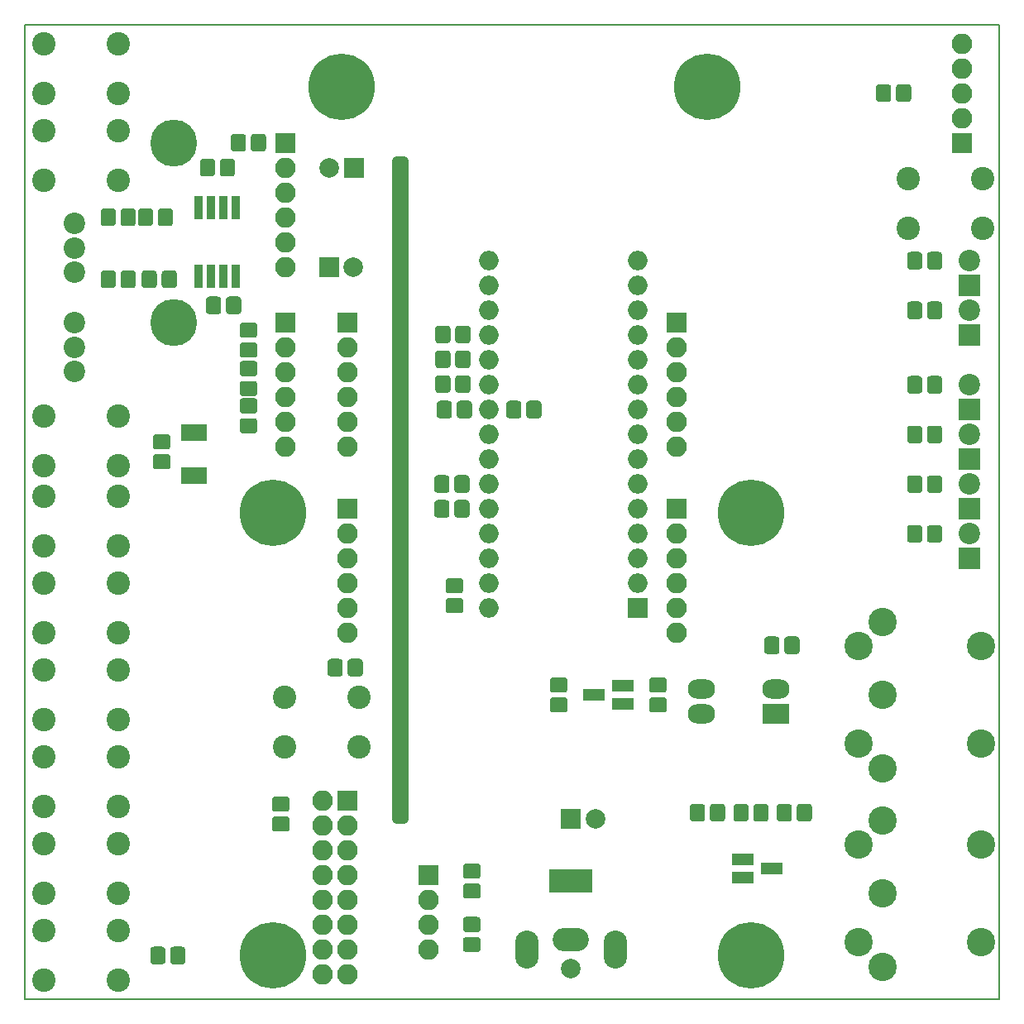
<source format=gbr>
%TF.GenerationSoftware,KiCad,Pcbnew,(5.0.0)*%
%TF.CreationDate,2018-12-31T00:25:57+01:00*%
%TF.ProjectId,Kicad-Midi2CV,4B696361642D4D6964693243562E6B69,rev?*%
%TF.SameCoordinates,Original*%
%TF.FileFunction,Soldermask,Top*%
%TF.FilePolarity,Negative*%
%FSLAX46Y46*%
G04 Gerber Fmt 4.6, Leading zero omitted, Abs format (unit mm)*
G04 Created by KiCad (PCBNEW (5.0.0)) date 12/31/18 00:25:57*
%MOMM*%
%LPD*%
G01*
G04 APERTURE LIST*
%ADD10C,1.000000*%
%ADD11C,0.150000*%
%ADD12R,2.000000X2.000000*%
%ADD13O,2.000000X2.000000*%
%ADD14R,0.950000X2.400000*%
%ADD15C,2.400000*%
%ADD16C,4.800000*%
%ADD17C,1.100000*%
%ADD18C,6.800000*%
%ADD19C,1.200000*%
%ADD20C,2.000000*%
%ADD21C,1.550000*%
%ADD22R,2.200000X2.200000*%
%ADD23C,2.200000*%
%ADD24O,2.100000X2.100000*%
%ADD25R,2.100000X2.100000*%
%ADD26R,2.300000X1.200000*%
%ADD27R,2.800000X2.000000*%
%ADD28O,2.800000X2.000000*%
%ADD29R,0.700000X1.800000*%
%ADD30R,4.400000X2.400000*%
%ADD31O,3.700000X2.400000*%
%ADD32O,2.400000X3.900000*%
%ADD33C,2.900000*%
G04 APERTURE END LIST*
D10*
X63500000Y-106680000D02*
X63500000Y-39370000D01*
X64135000Y-106680000D02*
X63500000Y-106680000D01*
X64135000Y-39370000D02*
X64135000Y-106680000D01*
X63500000Y-39370000D02*
X64135000Y-39370000D01*
D11*
X25400000Y-125095000D02*
X25400000Y-25400000D01*
X125095000Y-125095000D02*
X25400000Y-125095000D01*
X125095000Y-25400000D02*
X125095000Y-125095000D01*
X25400000Y-25400000D02*
X125095000Y-25400000D01*
D12*
X88138000Y-85090000D03*
D13*
X72898000Y-52070000D03*
X88138000Y-82550000D03*
X72898000Y-54610000D03*
X88138000Y-80010000D03*
X72898000Y-57150000D03*
X88138000Y-77470000D03*
X72898000Y-59690000D03*
X88138000Y-74930000D03*
X72898000Y-62230000D03*
X88138000Y-72390000D03*
X72898000Y-64770000D03*
X88138000Y-69850000D03*
X72898000Y-67310000D03*
X88138000Y-67310000D03*
X72898000Y-69850000D03*
X88138000Y-64770000D03*
X72898000Y-72390000D03*
X88138000Y-62230000D03*
X72898000Y-74930000D03*
X88138000Y-59690000D03*
X72898000Y-77470000D03*
X88138000Y-57150000D03*
X72898000Y-80010000D03*
X88138000Y-54610000D03*
X72898000Y-82550000D03*
X88138000Y-52070000D03*
X72898000Y-85090000D03*
X88138000Y-49530000D03*
X72898000Y-49530000D03*
D14*
X46990000Y-51125000D03*
X45720000Y-51125000D03*
X44450000Y-51125000D03*
X43180000Y-51125000D03*
X43180000Y-44125000D03*
X44450000Y-44125000D03*
X45720000Y-44125000D03*
X46990000Y-44125000D03*
D15*
X27305000Y-36195000D03*
X27305000Y-41275000D03*
X34925000Y-36195000D03*
X34925000Y-41275000D03*
D16*
X40640000Y-37465000D03*
D17*
X42290000Y-37465000D03*
X41806726Y-38631726D03*
X40640000Y-39115000D03*
X39473274Y-38631726D03*
X38990000Y-37465000D03*
X39473274Y-36298274D03*
X40640000Y-35815000D03*
X41806726Y-36298274D03*
D18*
X99695000Y-120650000D03*
D19*
X102095000Y-120650000D03*
X101392056Y-122347056D03*
X99695000Y-123050000D03*
X97997944Y-122347056D03*
X97295000Y-120650000D03*
X97997944Y-118952944D03*
X99695000Y-118250000D03*
X101392056Y-118952944D03*
D18*
X95250000Y-31750000D03*
D19*
X97650000Y-31750000D03*
X96947056Y-33447056D03*
X95250000Y-34150000D03*
X93552944Y-33447056D03*
X92850000Y-31750000D03*
X93552944Y-30052944D03*
X95250000Y-29350000D03*
X96947056Y-30052944D03*
X101392056Y-73613944D03*
X99695000Y-72911000D03*
X97997944Y-73613944D03*
X97295000Y-75311000D03*
X97997944Y-77008056D03*
X99695000Y-77711000D03*
X101392056Y-77008056D03*
X102095000Y-75311000D03*
D18*
X99695000Y-75311000D03*
D19*
X52497056Y-118952944D03*
X50800000Y-118250000D03*
X49102944Y-118952944D03*
X48400000Y-120650000D03*
X49102944Y-122347056D03*
X50800000Y-123050000D03*
X52497056Y-122347056D03*
X53200000Y-120650000D03*
D18*
X50800000Y-120650000D03*
X50800000Y-75311000D03*
D19*
X53200000Y-75311000D03*
X52497056Y-77008056D03*
X50800000Y-77711000D03*
X49102944Y-77008056D03*
X48400000Y-75311000D03*
X49102944Y-73613944D03*
X50800000Y-72911000D03*
X52497056Y-73613944D03*
D12*
X81280000Y-106680000D03*
D20*
X83780000Y-106680000D03*
D11*
G36*
X69938071Y-82021623D02*
X69970781Y-82026475D01*
X70002857Y-82034509D01*
X70033991Y-82045649D01*
X70063884Y-82059787D01*
X70092247Y-82076787D01*
X70118807Y-82096485D01*
X70143308Y-82118692D01*
X70165515Y-82143193D01*
X70185213Y-82169753D01*
X70202213Y-82198116D01*
X70216351Y-82228009D01*
X70227491Y-82259143D01*
X70235525Y-82291219D01*
X70240377Y-82323929D01*
X70242000Y-82356956D01*
X70242000Y-83233044D01*
X70240377Y-83266071D01*
X70235525Y-83298781D01*
X70227491Y-83330857D01*
X70216351Y-83361991D01*
X70202213Y-83391884D01*
X70185213Y-83420247D01*
X70165515Y-83446807D01*
X70143308Y-83471308D01*
X70118807Y-83493515D01*
X70092247Y-83513213D01*
X70063884Y-83530213D01*
X70033991Y-83544351D01*
X70002857Y-83555491D01*
X69970781Y-83563525D01*
X69938071Y-83568377D01*
X69905044Y-83570000D01*
X68778956Y-83570000D01*
X68745929Y-83568377D01*
X68713219Y-83563525D01*
X68681143Y-83555491D01*
X68650009Y-83544351D01*
X68620116Y-83530213D01*
X68591753Y-83513213D01*
X68565193Y-83493515D01*
X68540692Y-83471308D01*
X68518485Y-83446807D01*
X68498787Y-83420247D01*
X68481787Y-83391884D01*
X68467649Y-83361991D01*
X68456509Y-83330857D01*
X68448475Y-83298781D01*
X68443623Y-83266071D01*
X68442000Y-83233044D01*
X68442000Y-82356956D01*
X68443623Y-82323929D01*
X68448475Y-82291219D01*
X68456509Y-82259143D01*
X68467649Y-82228009D01*
X68481787Y-82198116D01*
X68498787Y-82169753D01*
X68518485Y-82143193D01*
X68540692Y-82118692D01*
X68565193Y-82096485D01*
X68591753Y-82076787D01*
X68620116Y-82059787D01*
X68650009Y-82045649D01*
X68681143Y-82034509D01*
X68713219Y-82026475D01*
X68745929Y-82021623D01*
X68778956Y-82020000D01*
X69905044Y-82020000D01*
X69938071Y-82021623D01*
X69938071Y-82021623D01*
G37*
D21*
X69342000Y-82795000D03*
D11*
G36*
X69938071Y-84071623D02*
X69970781Y-84076475D01*
X70002857Y-84084509D01*
X70033991Y-84095649D01*
X70063884Y-84109787D01*
X70092247Y-84126787D01*
X70118807Y-84146485D01*
X70143308Y-84168692D01*
X70165515Y-84193193D01*
X70185213Y-84219753D01*
X70202213Y-84248116D01*
X70216351Y-84278009D01*
X70227491Y-84309143D01*
X70235525Y-84341219D01*
X70240377Y-84373929D01*
X70242000Y-84406956D01*
X70242000Y-85283044D01*
X70240377Y-85316071D01*
X70235525Y-85348781D01*
X70227491Y-85380857D01*
X70216351Y-85411991D01*
X70202213Y-85441884D01*
X70185213Y-85470247D01*
X70165515Y-85496807D01*
X70143308Y-85521308D01*
X70118807Y-85543515D01*
X70092247Y-85563213D01*
X70063884Y-85580213D01*
X70033991Y-85594351D01*
X70002857Y-85605491D01*
X69970781Y-85613525D01*
X69938071Y-85618377D01*
X69905044Y-85620000D01*
X68778956Y-85620000D01*
X68745929Y-85618377D01*
X68713219Y-85613525D01*
X68681143Y-85605491D01*
X68650009Y-85594351D01*
X68620116Y-85580213D01*
X68591753Y-85563213D01*
X68565193Y-85543515D01*
X68540692Y-85521308D01*
X68518485Y-85496807D01*
X68498787Y-85470247D01*
X68481787Y-85441884D01*
X68467649Y-85411991D01*
X68456509Y-85380857D01*
X68448475Y-85348781D01*
X68443623Y-85316071D01*
X68442000Y-85283044D01*
X68442000Y-84406956D01*
X68443623Y-84373929D01*
X68448475Y-84341219D01*
X68456509Y-84309143D01*
X68467649Y-84278009D01*
X68481787Y-84248116D01*
X68498787Y-84219753D01*
X68518485Y-84193193D01*
X68540692Y-84168692D01*
X68565193Y-84146485D01*
X68591753Y-84126787D01*
X68620116Y-84109787D01*
X68650009Y-84095649D01*
X68681143Y-84084509D01*
X68713219Y-84076475D01*
X68745929Y-84071623D01*
X68778956Y-84070000D01*
X69905044Y-84070000D01*
X69938071Y-84071623D01*
X69938071Y-84071623D01*
G37*
D21*
X69342000Y-84845000D03*
D11*
G36*
X39966071Y-67289623D02*
X39998781Y-67294475D01*
X40030857Y-67302509D01*
X40061991Y-67313649D01*
X40091884Y-67327787D01*
X40120247Y-67344787D01*
X40146807Y-67364485D01*
X40171308Y-67386692D01*
X40193515Y-67411193D01*
X40213213Y-67437753D01*
X40230213Y-67466116D01*
X40244351Y-67496009D01*
X40255491Y-67527143D01*
X40263525Y-67559219D01*
X40268377Y-67591929D01*
X40270000Y-67624956D01*
X40270000Y-68501044D01*
X40268377Y-68534071D01*
X40263525Y-68566781D01*
X40255491Y-68598857D01*
X40244351Y-68629991D01*
X40230213Y-68659884D01*
X40213213Y-68688247D01*
X40193515Y-68714807D01*
X40171308Y-68739308D01*
X40146807Y-68761515D01*
X40120247Y-68781213D01*
X40091884Y-68798213D01*
X40061991Y-68812351D01*
X40030857Y-68823491D01*
X39998781Y-68831525D01*
X39966071Y-68836377D01*
X39933044Y-68838000D01*
X38806956Y-68838000D01*
X38773929Y-68836377D01*
X38741219Y-68831525D01*
X38709143Y-68823491D01*
X38678009Y-68812351D01*
X38648116Y-68798213D01*
X38619753Y-68781213D01*
X38593193Y-68761515D01*
X38568692Y-68739308D01*
X38546485Y-68714807D01*
X38526787Y-68688247D01*
X38509787Y-68659884D01*
X38495649Y-68629991D01*
X38484509Y-68598857D01*
X38476475Y-68566781D01*
X38471623Y-68534071D01*
X38470000Y-68501044D01*
X38470000Y-67624956D01*
X38471623Y-67591929D01*
X38476475Y-67559219D01*
X38484509Y-67527143D01*
X38495649Y-67496009D01*
X38509787Y-67466116D01*
X38526787Y-67437753D01*
X38546485Y-67411193D01*
X38568692Y-67386692D01*
X38593193Y-67364485D01*
X38619753Y-67344787D01*
X38648116Y-67327787D01*
X38678009Y-67313649D01*
X38709143Y-67302509D01*
X38741219Y-67294475D01*
X38773929Y-67289623D01*
X38806956Y-67288000D01*
X39933044Y-67288000D01*
X39966071Y-67289623D01*
X39966071Y-67289623D01*
G37*
D21*
X39370000Y-68063000D03*
D11*
G36*
X39966071Y-69339623D02*
X39998781Y-69344475D01*
X40030857Y-69352509D01*
X40061991Y-69363649D01*
X40091884Y-69377787D01*
X40120247Y-69394787D01*
X40146807Y-69414485D01*
X40171308Y-69436692D01*
X40193515Y-69461193D01*
X40213213Y-69487753D01*
X40230213Y-69516116D01*
X40244351Y-69546009D01*
X40255491Y-69577143D01*
X40263525Y-69609219D01*
X40268377Y-69641929D01*
X40270000Y-69674956D01*
X40270000Y-70551044D01*
X40268377Y-70584071D01*
X40263525Y-70616781D01*
X40255491Y-70648857D01*
X40244351Y-70679991D01*
X40230213Y-70709884D01*
X40213213Y-70738247D01*
X40193515Y-70764807D01*
X40171308Y-70789308D01*
X40146807Y-70811515D01*
X40120247Y-70831213D01*
X40091884Y-70848213D01*
X40061991Y-70862351D01*
X40030857Y-70873491D01*
X39998781Y-70881525D01*
X39966071Y-70886377D01*
X39933044Y-70888000D01*
X38806956Y-70888000D01*
X38773929Y-70886377D01*
X38741219Y-70881525D01*
X38709143Y-70873491D01*
X38678009Y-70862351D01*
X38648116Y-70848213D01*
X38619753Y-70831213D01*
X38593193Y-70811515D01*
X38568692Y-70789308D01*
X38546485Y-70764807D01*
X38526787Y-70738247D01*
X38509787Y-70709884D01*
X38495649Y-70679991D01*
X38484509Y-70648857D01*
X38476475Y-70616781D01*
X38471623Y-70584071D01*
X38470000Y-70551044D01*
X38470000Y-69674956D01*
X38471623Y-69641929D01*
X38476475Y-69609219D01*
X38484509Y-69577143D01*
X38495649Y-69546009D01*
X38509787Y-69516116D01*
X38526787Y-69487753D01*
X38546485Y-69461193D01*
X38568692Y-69436692D01*
X38593193Y-69414485D01*
X38619753Y-69394787D01*
X38648116Y-69377787D01*
X38678009Y-69363649D01*
X38709143Y-69352509D01*
X38741219Y-69344475D01*
X38773929Y-69339623D01*
X38806956Y-69338000D01*
X39933044Y-69338000D01*
X39966071Y-69339623D01*
X39966071Y-69339623D01*
G37*
D21*
X39370000Y-70113000D03*
D11*
G36*
X47216071Y-53203623D02*
X47248781Y-53208475D01*
X47280857Y-53216509D01*
X47311991Y-53227649D01*
X47341884Y-53241787D01*
X47370247Y-53258787D01*
X47396807Y-53278485D01*
X47421308Y-53300692D01*
X47443515Y-53325193D01*
X47463213Y-53351753D01*
X47480213Y-53380116D01*
X47494351Y-53410009D01*
X47505491Y-53441143D01*
X47513525Y-53473219D01*
X47518377Y-53505929D01*
X47520000Y-53538956D01*
X47520000Y-54665044D01*
X47518377Y-54698071D01*
X47513525Y-54730781D01*
X47505491Y-54762857D01*
X47494351Y-54793991D01*
X47480213Y-54823884D01*
X47463213Y-54852247D01*
X47443515Y-54878807D01*
X47421308Y-54903308D01*
X47396807Y-54925515D01*
X47370247Y-54945213D01*
X47341884Y-54962213D01*
X47311991Y-54976351D01*
X47280857Y-54987491D01*
X47248781Y-54995525D01*
X47216071Y-55000377D01*
X47183044Y-55002000D01*
X46306956Y-55002000D01*
X46273929Y-55000377D01*
X46241219Y-54995525D01*
X46209143Y-54987491D01*
X46178009Y-54976351D01*
X46148116Y-54962213D01*
X46119753Y-54945213D01*
X46093193Y-54925515D01*
X46068692Y-54903308D01*
X46046485Y-54878807D01*
X46026787Y-54852247D01*
X46009787Y-54823884D01*
X45995649Y-54793991D01*
X45984509Y-54762857D01*
X45976475Y-54730781D01*
X45971623Y-54698071D01*
X45970000Y-54665044D01*
X45970000Y-53538956D01*
X45971623Y-53505929D01*
X45976475Y-53473219D01*
X45984509Y-53441143D01*
X45995649Y-53410009D01*
X46009787Y-53380116D01*
X46026787Y-53351753D01*
X46046485Y-53325193D01*
X46068692Y-53300692D01*
X46093193Y-53278485D01*
X46119753Y-53258787D01*
X46148116Y-53241787D01*
X46178009Y-53227649D01*
X46209143Y-53216509D01*
X46241219Y-53208475D01*
X46273929Y-53203623D01*
X46306956Y-53202000D01*
X47183044Y-53202000D01*
X47216071Y-53203623D01*
X47216071Y-53203623D01*
G37*
D21*
X46745000Y-54102000D03*
D11*
G36*
X45166071Y-53203623D02*
X45198781Y-53208475D01*
X45230857Y-53216509D01*
X45261991Y-53227649D01*
X45291884Y-53241787D01*
X45320247Y-53258787D01*
X45346807Y-53278485D01*
X45371308Y-53300692D01*
X45393515Y-53325193D01*
X45413213Y-53351753D01*
X45430213Y-53380116D01*
X45444351Y-53410009D01*
X45455491Y-53441143D01*
X45463525Y-53473219D01*
X45468377Y-53505929D01*
X45470000Y-53538956D01*
X45470000Y-54665044D01*
X45468377Y-54698071D01*
X45463525Y-54730781D01*
X45455491Y-54762857D01*
X45444351Y-54793991D01*
X45430213Y-54823884D01*
X45413213Y-54852247D01*
X45393515Y-54878807D01*
X45371308Y-54903308D01*
X45346807Y-54925515D01*
X45320247Y-54945213D01*
X45291884Y-54962213D01*
X45261991Y-54976351D01*
X45230857Y-54987491D01*
X45198781Y-54995525D01*
X45166071Y-55000377D01*
X45133044Y-55002000D01*
X44256956Y-55002000D01*
X44223929Y-55000377D01*
X44191219Y-54995525D01*
X44159143Y-54987491D01*
X44128009Y-54976351D01*
X44098116Y-54962213D01*
X44069753Y-54945213D01*
X44043193Y-54925515D01*
X44018692Y-54903308D01*
X43996485Y-54878807D01*
X43976787Y-54852247D01*
X43959787Y-54823884D01*
X43945649Y-54793991D01*
X43934509Y-54762857D01*
X43926475Y-54730781D01*
X43921623Y-54698071D01*
X43920000Y-54665044D01*
X43920000Y-53538956D01*
X43921623Y-53505929D01*
X43926475Y-53473219D01*
X43934509Y-53441143D01*
X43945649Y-53410009D01*
X43959787Y-53380116D01*
X43976787Y-53351753D01*
X43996485Y-53325193D01*
X44018692Y-53300692D01*
X44043193Y-53278485D01*
X44069753Y-53258787D01*
X44098116Y-53241787D01*
X44128009Y-53227649D01*
X44159143Y-53216509D01*
X44191219Y-53208475D01*
X44223929Y-53203623D01*
X44256956Y-53202000D01*
X45133044Y-53202000D01*
X45166071Y-53203623D01*
X45166071Y-53203623D01*
G37*
D21*
X44695000Y-54102000D03*
D11*
G36*
X46581071Y-39106623D02*
X46613781Y-39111475D01*
X46645857Y-39119509D01*
X46676991Y-39130649D01*
X46706884Y-39144787D01*
X46735247Y-39161787D01*
X46761807Y-39181485D01*
X46786308Y-39203692D01*
X46808515Y-39228193D01*
X46828213Y-39254753D01*
X46845213Y-39283116D01*
X46859351Y-39313009D01*
X46870491Y-39344143D01*
X46878525Y-39376219D01*
X46883377Y-39408929D01*
X46885000Y-39441956D01*
X46885000Y-40568044D01*
X46883377Y-40601071D01*
X46878525Y-40633781D01*
X46870491Y-40665857D01*
X46859351Y-40696991D01*
X46845213Y-40726884D01*
X46828213Y-40755247D01*
X46808515Y-40781807D01*
X46786308Y-40806308D01*
X46761807Y-40828515D01*
X46735247Y-40848213D01*
X46706884Y-40865213D01*
X46676991Y-40879351D01*
X46645857Y-40890491D01*
X46613781Y-40898525D01*
X46581071Y-40903377D01*
X46548044Y-40905000D01*
X45671956Y-40905000D01*
X45638929Y-40903377D01*
X45606219Y-40898525D01*
X45574143Y-40890491D01*
X45543009Y-40879351D01*
X45513116Y-40865213D01*
X45484753Y-40848213D01*
X45458193Y-40828515D01*
X45433692Y-40806308D01*
X45411485Y-40781807D01*
X45391787Y-40755247D01*
X45374787Y-40726884D01*
X45360649Y-40696991D01*
X45349509Y-40665857D01*
X45341475Y-40633781D01*
X45336623Y-40601071D01*
X45335000Y-40568044D01*
X45335000Y-39441956D01*
X45336623Y-39408929D01*
X45341475Y-39376219D01*
X45349509Y-39344143D01*
X45360649Y-39313009D01*
X45374787Y-39283116D01*
X45391787Y-39254753D01*
X45411485Y-39228193D01*
X45433692Y-39203692D01*
X45458193Y-39181485D01*
X45484753Y-39161787D01*
X45513116Y-39144787D01*
X45543009Y-39130649D01*
X45574143Y-39119509D01*
X45606219Y-39111475D01*
X45638929Y-39106623D01*
X45671956Y-39105000D01*
X46548044Y-39105000D01*
X46581071Y-39106623D01*
X46581071Y-39106623D01*
G37*
D21*
X46110000Y-40005000D03*
D11*
G36*
X44531071Y-39106623D02*
X44563781Y-39111475D01*
X44595857Y-39119509D01*
X44626991Y-39130649D01*
X44656884Y-39144787D01*
X44685247Y-39161787D01*
X44711807Y-39181485D01*
X44736308Y-39203692D01*
X44758515Y-39228193D01*
X44778213Y-39254753D01*
X44795213Y-39283116D01*
X44809351Y-39313009D01*
X44820491Y-39344143D01*
X44828525Y-39376219D01*
X44833377Y-39408929D01*
X44835000Y-39441956D01*
X44835000Y-40568044D01*
X44833377Y-40601071D01*
X44828525Y-40633781D01*
X44820491Y-40665857D01*
X44809351Y-40696991D01*
X44795213Y-40726884D01*
X44778213Y-40755247D01*
X44758515Y-40781807D01*
X44736308Y-40806308D01*
X44711807Y-40828515D01*
X44685247Y-40848213D01*
X44656884Y-40865213D01*
X44626991Y-40879351D01*
X44595857Y-40890491D01*
X44563781Y-40898525D01*
X44531071Y-40903377D01*
X44498044Y-40905000D01*
X43621956Y-40905000D01*
X43588929Y-40903377D01*
X43556219Y-40898525D01*
X43524143Y-40890491D01*
X43493009Y-40879351D01*
X43463116Y-40865213D01*
X43434753Y-40848213D01*
X43408193Y-40828515D01*
X43383692Y-40806308D01*
X43361485Y-40781807D01*
X43341787Y-40755247D01*
X43324787Y-40726884D01*
X43310649Y-40696991D01*
X43299509Y-40665857D01*
X43291475Y-40633781D01*
X43286623Y-40601071D01*
X43285000Y-40568044D01*
X43285000Y-39441956D01*
X43286623Y-39408929D01*
X43291475Y-39376219D01*
X43299509Y-39344143D01*
X43310649Y-39313009D01*
X43324787Y-39283116D01*
X43341787Y-39254753D01*
X43361485Y-39228193D01*
X43383692Y-39203692D01*
X43408193Y-39181485D01*
X43434753Y-39161787D01*
X43463116Y-39144787D01*
X43493009Y-39130649D01*
X43524143Y-39119509D01*
X43556219Y-39111475D01*
X43588929Y-39106623D01*
X43621956Y-39105000D01*
X44498044Y-39105000D01*
X44531071Y-39106623D01*
X44531071Y-39106623D01*
G37*
D21*
X44060000Y-40005000D03*
D22*
X122047000Y-80009999D03*
D23*
X122047000Y-77469999D03*
X122047000Y-72384285D03*
D22*
X122047000Y-74924285D03*
X122047000Y-69838571D03*
D23*
X122047000Y-67298571D03*
X122047000Y-62212857D03*
D22*
X122047000Y-64752857D03*
X122047000Y-57150000D03*
D23*
X122047000Y-54610000D03*
X122047000Y-49530000D03*
D22*
X122047000Y-52070000D03*
D24*
X52070000Y-50165000D03*
X52070000Y-47625000D03*
X52070000Y-45085000D03*
X52070000Y-42545000D03*
X52070000Y-40005000D03*
D25*
X52070000Y-37465000D03*
X52070000Y-55880000D03*
D24*
X52070000Y-58420000D03*
X52070000Y-60960000D03*
X52070000Y-63500000D03*
X52070000Y-66040000D03*
X52070000Y-68580000D03*
D26*
X98830000Y-110810000D03*
X98830000Y-112710000D03*
X101830000Y-111760000D03*
X83590000Y-93980000D03*
X86590000Y-93030000D03*
X86590000Y-94930000D03*
D11*
G36*
X34371071Y-44186623D02*
X34403781Y-44191475D01*
X34435857Y-44199509D01*
X34466991Y-44210649D01*
X34496884Y-44224787D01*
X34525247Y-44241787D01*
X34551807Y-44261485D01*
X34576308Y-44283692D01*
X34598515Y-44308193D01*
X34618213Y-44334753D01*
X34635213Y-44363116D01*
X34649351Y-44393009D01*
X34660491Y-44424143D01*
X34668525Y-44456219D01*
X34673377Y-44488929D01*
X34675000Y-44521956D01*
X34675000Y-45648044D01*
X34673377Y-45681071D01*
X34668525Y-45713781D01*
X34660491Y-45745857D01*
X34649351Y-45776991D01*
X34635213Y-45806884D01*
X34618213Y-45835247D01*
X34598515Y-45861807D01*
X34576308Y-45886308D01*
X34551807Y-45908515D01*
X34525247Y-45928213D01*
X34496884Y-45945213D01*
X34466991Y-45959351D01*
X34435857Y-45970491D01*
X34403781Y-45978525D01*
X34371071Y-45983377D01*
X34338044Y-45985000D01*
X33461956Y-45985000D01*
X33428929Y-45983377D01*
X33396219Y-45978525D01*
X33364143Y-45970491D01*
X33333009Y-45959351D01*
X33303116Y-45945213D01*
X33274753Y-45928213D01*
X33248193Y-45908515D01*
X33223692Y-45886308D01*
X33201485Y-45861807D01*
X33181787Y-45835247D01*
X33164787Y-45806884D01*
X33150649Y-45776991D01*
X33139509Y-45745857D01*
X33131475Y-45713781D01*
X33126623Y-45681071D01*
X33125000Y-45648044D01*
X33125000Y-44521956D01*
X33126623Y-44488929D01*
X33131475Y-44456219D01*
X33139509Y-44424143D01*
X33150649Y-44393009D01*
X33164787Y-44363116D01*
X33181787Y-44334753D01*
X33201485Y-44308193D01*
X33223692Y-44283692D01*
X33248193Y-44261485D01*
X33274753Y-44241787D01*
X33303116Y-44224787D01*
X33333009Y-44210649D01*
X33364143Y-44199509D01*
X33396219Y-44191475D01*
X33428929Y-44186623D01*
X33461956Y-44185000D01*
X34338044Y-44185000D01*
X34371071Y-44186623D01*
X34371071Y-44186623D01*
G37*
D21*
X33900000Y-45085000D03*
D11*
G36*
X36421071Y-44186623D02*
X36453781Y-44191475D01*
X36485857Y-44199509D01*
X36516991Y-44210649D01*
X36546884Y-44224787D01*
X36575247Y-44241787D01*
X36601807Y-44261485D01*
X36626308Y-44283692D01*
X36648515Y-44308193D01*
X36668213Y-44334753D01*
X36685213Y-44363116D01*
X36699351Y-44393009D01*
X36710491Y-44424143D01*
X36718525Y-44456219D01*
X36723377Y-44488929D01*
X36725000Y-44521956D01*
X36725000Y-45648044D01*
X36723377Y-45681071D01*
X36718525Y-45713781D01*
X36710491Y-45745857D01*
X36699351Y-45776991D01*
X36685213Y-45806884D01*
X36668213Y-45835247D01*
X36648515Y-45861807D01*
X36626308Y-45886308D01*
X36601807Y-45908515D01*
X36575247Y-45928213D01*
X36546884Y-45945213D01*
X36516991Y-45959351D01*
X36485857Y-45970491D01*
X36453781Y-45978525D01*
X36421071Y-45983377D01*
X36388044Y-45985000D01*
X35511956Y-45985000D01*
X35478929Y-45983377D01*
X35446219Y-45978525D01*
X35414143Y-45970491D01*
X35383009Y-45959351D01*
X35353116Y-45945213D01*
X35324753Y-45928213D01*
X35298193Y-45908515D01*
X35273692Y-45886308D01*
X35251485Y-45861807D01*
X35231787Y-45835247D01*
X35214787Y-45806884D01*
X35200649Y-45776991D01*
X35189509Y-45745857D01*
X35181475Y-45713781D01*
X35176623Y-45681071D01*
X35175000Y-45648044D01*
X35175000Y-44521956D01*
X35176623Y-44488929D01*
X35181475Y-44456219D01*
X35189509Y-44424143D01*
X35200649Y-44393009D01*
X35214787Y-44363116D01*
X35231787Y-44334753D01*
X35251485Y-44308193D01*
X35273692Y-44283692D01*
X35298193Y-44261485D01*
X35324753Y-44241787D01*
X35353116Y-44224787D01*
X35383009Y-44210649D01*
X35414143Y-44199509D01*
X35446219Y-44191475D01*
X35478929Y-44186623D01*
X35511956Y-44185000D01*
X36388044Y-44185000D01*
X36421071Y-44186623D01*
X36421071Y-44186623D01*
G37*
D21*
X35950000Y-45085000D03*
D11*
G36*
X36421071Y-50536623D02*
X36453781Y-50541475D01*
X36485857Y-50549509D01*
X36516991Y-50560649D01*
X36546884Y-50574787D01*
X36575247Y-50591787D01*
X36601807Y-50611485D01*
X36626308Y-50633692D01*
X36648515Y-50658193D01*
X36668213Y-50684753D01*
X36685213Y-50713116D01*
X36699351Y-50743009D01*
X36710491Y-50774143D01*
X36718525Y-50806219D01*
X36723377Y-50838929D01*
X36725000Y-50871956D01*
X36725000Y-51998044D01*
X36723377Y-52031071D01*
X36718525Y-52063781D01*
X36710491Y-52095857D01*
X36699351Y-52126991D01*
X36685213Y-52156884D01*
X36668213Y-52185247D01*
X36648515Y-52211807D01*
X36626308Y-52236308D01*
X36601807Y-52258515D01*
X36575247Y-52278213D01*
X36546884Y-52295213D01*
X36516991Y-52309351D01*
X36485857Y-52320491D01*
X36453781Y-52328525D01*
X36421071Y-52333377D01*
X36388044Y-52335000D01*
X35511956Y-52335000D01*
X35478929Y-52333377D01*
X35446219Y-52328525D01*
X35414143Y-52320491D01*
X35383009Y-52309351D01*
X35353116Y-52295213D01*
X35324753Y-52278213D01*
X35298193Y-52258515D01*
X35273692Y-52236308D01*
X35251485Y-52211807D01*
X35231787Y-52185247D01*
X35214787Y-52156884D01*
X35200649Y-52126991D01*
X35189509Y-52095857D01*
X35181475Y-52063781D01*
X35176623Y-52031071D01*
X35175000Y-51998044D01*
X35175000Y-50871956D01*
X35176623Y-50838929D01*
X35181475Y-50806219D01*
X35189509Y-50774143D01*
X35200649Y-50743009D01*
X35214787Y-50713116D01*
X35231787Y-50684753D01*
X35251485Y-50658193D01*
X35273692Y-50633692D01*
X35298193Y-50611485D01*
X35324753Y-50591787D01*
X35353116Y-50574787D01*
X35383009Y-50560649D01*
X35414143Y-50549509D01*
X35446219Y-50541475D01*
X35478929Y-50536623D01*
X35511956Y-50535000D01*
X36388044Y-50535000D01*
X36421071Y-50536623D01*
X36421071Y-50536623D01*
G37*
D21*
X35950000Y-51435000D03*
D11*
G36*
X34371071Y-50536623D02*
X34403781Y-50541475D01*
X34435857Y-50549509D01*
X34466991Y-50560649D01*
X34496884Y-50574787D01*
X34525247Y-50591787D01*
X34551807Y-50611485D01*
X34576308Y-50633692D01*
X34598515Y-50658193D01*
X34618213Y-50684753D01*
X34635213Y-50713116D01*
X34649351Y-50743009D01*
X34660491Y-50774143D01*
X34668525Y-50806219D01*
X34673377Y-50838929D01*
X34675000Y-50871956D01*
X34675000Y-51998044D01*
X34673377Y-52031071D01*
X34668525Y-52063781D01*
X34660491Y-52095857D01*
X34649351Y-52126991D01*
X34635213Y-52156884D01*
X34618213Y-52185247D01*
X34598515Y-52211807D01*
X34576308Y-52236308D01*
X34551807Y-52258515D01*
X34525247Y-52278213D01*
X34496884Y-52295213D01*
X34466991Y-52309351D01*
X34435857Y-52320491D01*
X34403781Y-52328525D01*
X34371071Y-52333377D01*
X34338044Y-52335000D01*
X33461956Y-52335000D01*
X33428929Y-52333377D01*
X33396219Y-52328525D01*
X33364143Y-52320491D01*
X33333009Y-52309351D01*
X33303116Y-52295213D01*
X33274753Y-52278213D01*
X33248193Y-52258515D01*
X33223692Y-52236308D01*
X33201485Y-52211807D01*
X33181787Y-52185247D01*
X33164787Y-52156884D01*
X33150649Y-52126991D01*
X33139509Y-52095857D01*
X33131475Y-52063781D01*
X33126623Y-52031071D01*
X33125000Y-51998044D01*
X33125000Y-50871956D01*
X33126623Y-50838929D01*
X33131475Y-50806219D01*
X33139509Y-50774143D01*
X33150649Y-50743009D01*
X33164787Y-50713116D01*
X33181787Y-50684753D01*
X33201485Y-50658193D01*
X33223692Y-50633692D01*
X33248193Y-50611485D01*
X33274753Y-50591787D01*
X33303116Y-50574787D01*
X33333009Y-50560649D01*
X33364143Y-50549509D01*
X33396219Y-50541475D01*
X33428929Y-50536623D01*
X33461956Y-50535000D01*
X34338044Y-50535000D01*
X34371071Y-50536623D01*
X34371071Y-50536623D01*
G37*
D21*
X33900000Y-51435000D03*
D11*
G36*
X71716071Y-111231623D02*
X71748781Y-111236475D01*
X71780857Y-111244509D01*
X71811991Y-111255649D01*
X71841884Y-111269787D01*
X71870247Y-111286787D01*
X71896807Y-111306485D01*
X71921308Y-111328692D01*
X71943515Y-111353193D01*
X71963213Y-111379753D01*
X71980213Y-111408116D01*
X71994351Y-111438009D01*
X72005491Y-111469143D01*
X72013525Y-111501219D01*
X72018377Y-111533929D01*
X72020000Y-111566956D01*
X72020000Y-112443044D01*
X72018377Y-112476071D01*
X72013525Y-112508781D01*
X72005491Y-112540857D01*
X71994351Y-112571991D01*
X71980213Y-112601884D01*
X71963213Y-112630247D01*
X71943515Y-112656807D01*
X71921308Y-112681308D01*
X71896807Y-112703515D01*
X71870247Y-112723213D01*
X71841884Y-112740213D01*
X71811991Y-112754351D01*
X71780857Y-112765491D01*
X71748781Y-112773525D01*
X71716071Y-112778377D01*
X71683044Y-112780000D01*
X70556956Y-112780000D01*
X70523929Y-112778377D01*
X70491219Y-112773525D01*
X70459143Y-112765491D01*
X70428009Y-112754351D01*
X70398116Y-112740213D01*
X70369753Y-112723213D01*
X70343193Y-112703515D01*
X70318692Y-112681308D01*
X70296485Y-112656807D01*
X70276787Y-112630247D01*
X70259787Y-112601884D01*
X70245649Y-112571991D01*
X70234509Y-112540857D01*
X70226475Y-112508781D01*
X70221623Y-112476071D01*
X70220000Y-112443044D01*
X70220000Y-111566956D01*
X70221623Y-111533929D01*
X70226475Y-111501219D01*
X70234509Y-111469143D01*
X70245649Y-111438009D01*
X70259787Y-111408116D01*
X70276787Y-111379753D01*
X70296485Y-111353193D01*
X70318692Y-111328692D01*
X70343193Y-111306485D01*
X70369753Y-111286787D01*
X70398116Y-111269787D01*
X70428009Y-111255649D01*
X70459143Y-111244509D01*
X70491219Y-111236475D01*
X70523929Y-111231623D01*
X70556956Y-111230000D01*
X71683044Y-111230000D01*
X71716071Y-111231623D01*
X71716071Y-111231623D01*
G37*
D21*
X71120000Y-112005000D03*
D11*
G36*
X71716071Y-113281623D02*
X71748781Y-113286475D01*
X71780857Y-113294509D01*
X71811991Y-113305649D01*
X71841884Y-113319787D01*
X71870247Y-113336787D01*
X71896807Y-113356485D01*
X71921308Y-113378692D01*
X71943515Y-113403193D01*
X71963213Y-113429753D01*
X71980213Y-113458116D01*
X71994351Y-113488009D01*
X72005491Y-113519143D01*
X72013525Y-113551219D01*
X72018377Y-113583929D01*
X72020000Y-113616956D01*
X72020000Y-114493044D01*
X72018377Y-114526071D01*
X72013525Y-114558781D01*
X72005491Y-114590857D01*
X71994351Y-114621991D01*
X71980213Y-114651884D01*
X71963213Y-114680247D01*
X71943515Y-114706807D01*
X71921308Y-114731308D01*
X71896807Y-114753515D01*
X71870247Y-114773213D01*
X71841884Y-114790213D01*
X71811991Y-114804351D01*
X71780857Y-114815491D01*
X71748781Y-114823525D01*
X71716071Y-114828377D01*
X71683044Y-114830000D01*
X70556956Y-114830000D01*
X70523929Y-114828377D01*
X70491219Y-114823525D01*
X70459143Y-114815491D01*
X70428009Y-114804351D01*
X70398116Y-114790213D01*
X70369753Y-114773213D01*
X70343193Y-114753515D01*
X70318692Y-114731308D01*
X70296485Y-114706807D01*
X70276787Y-114680247D01*
X70259787Y-114651884D01*
X70245649Y-114621991D01*
X70234509Y-114590857D01*
X70226475Y-114558781D01*
X70221623Y-114526071D01*
X70220000Y-114493044D01*
X70220000Y-113616956D01*
X70221623Y-113583929D01*
X70226475Y-113551219D01*
X70234509Y-113519143D01*
X70245649Y-113488009D01*
X70259787Y-113458116D01*
X70276787Y-113429753D01*
X70296485Y-113403193D01*
X70318692Y-113378692D01*
X70343193Y-113356485D01*
X70369753Y-113336787D01*
X70398116Y-113319787D01*
X70428009Y-113305649D01*
X70459143Y-113294509D01*
X70491219Y-113286475D01*
X70523929Y-113281623D01*
X70556956Y-113280000D01*
X71683044Y-113280000D01*
X71716071Y-113281623D01*
X71716071Y-113281623D01*
G37*
D21*
X71120000Y-114055000D03*
D11*
G36*
X40231071Y-44186623D02*
X40263781Y-44191475D01*
X40295857Y-44199509D01*
X40326991Y-44210649D01*
X40356884Y-44224787D01*
X40385247Y-44241787D01*
X40411807Y-44261485D01*
X40436308Y-44283692D01*
X40458515Y-44308193D01*
X40478213Y-44334753D01*
X40495213Y-44363116D01*
X40509351Y-44393009D01*
X40520491Y-44424143D01*
X40528525Y-44456219D01*
X40533377Y-44488929D01*
X40535000Y-44521956D01*
X40535000Y-45648044D01*
X40533377Y-45681071D01*
X40528525Y-45713781D01*
X40520491Y-45745857D01*
X40509351Y-45776991D01*
X40495213Y-45806884D01*
X40478213Y-45835247D01*
X40458515Y-45861807D01*
X40436308Y-45886308D01*
X40411807Y-45908515D01*
X40385247Y-45928213D01*
X40356884Y-45945213D01*
X40326991Y-45959351D01*
X40295857Y-45970491D01*
X40263781Y-45978525D01*
X40231071Y-45983377D01*
X40198044Y-45985000D01*
X39321956Y-45985000D01*
X39288929Y-45983377D01*
X39256219Y-45978525D01*
X39224143Y-45970491D01*
X39193009Y-45959351D01*
X39163116Y-45945213D01*
X39134753Y-45928213D01*
X39108193Y-45908515D01*
X39083692Y-45886308D01*
X39061485Y-45861807D01*
X39041787Y-45835247D01*
X39024787Y-45806884D01*
X39010649Y-45776991D01*
X38999509Y-45745857D01*
X38991475Y-45713781D01*
X38986623Y-45681071D01*
X38985000Y-45648044D01*
X38985000Y-44521956D01*
X38986623Y-44488929D01*
X38991475Y-44456219D01*
X38999509Y-44424143D01*
X39010649Y-44393009D01*
X39024787Y-44363116D01*
X39041787Y-44334753D01*
X39061485Y-44308193D01*
X39083692Y-44283692D01*
X39108193Y-44261485D01*
X39134753Y-44241787D01*
X39163116Y-44224787D01*
X39193009Y-44210649D01*
X39224143Y-44199509D01*
X39256219Y-44191475D01*
X39288929Y-44186623D01*
X39321956Y-44185000D01*
X40198044Y-44185000D01*
X40231071Y-44186623D01*
X40231071Y-44186623D01*
G37*
D21*
X39760000Y-45085000D03*
D11*
G36*
X38181071Y-44186623D02*
X38213781Y-44191475D01*
X38245857Y-44199509D01*
X38276991Y-44210649D01*
X38306884Y-44224787D01*
X38335247Y-44241787D01*
X38361807Y-44261485D01*
X38386308Y-44283692D01*
X38408515Y-44308193D01*
X38428213Y-44334753D01*
X38445213Y-44363116D01*
X38459351Y-44393009D01*
X38470491Y-44424143D01*
X38478525Y-44456219D01*
X38483377Y-44488929D01*
X38485000Y-44521956D01*
X38485000Y-45648044D01*
X38483377Y-45681071D01*
X38478525Y-45713781D01*
X38470491Y-45745857D01*
X38459351Y-45776991D01*
X38445213Y-45806884D01*
X38428213Y-45835247D01*
X38408515Y-45861807D01*
X38386308Y-45886308D01*
X38361807Y-45908515D01*
X38335247Y-45928213D01*
X38306884Y-45945213D01*
X38276991Y-45959351D01*
X38245857Y-45970491D01*
X38213781Y-45978525D01*
X38181071Y-45983377D01*
X38148044Y-45985000D01*
X37271956Y-45985000D01*
X37238929Y-45983377D01*
X37206219Y-45978525D01*
X37174143Y-45970491D01*
X37143009Y-45959351D01*
X37113116Y-45945213D01*
X37084753Y-45928213D01*
X37058193Y-45908515D01*
X37033692Y-45886308D01*
X37011485Y-45861807D01*
X36991787Y-45835247D01*
X36974787Y-45806884D01*
X36960649Y-45776991D01*
X36949509Y-45745857D01*
X36941475Y-45713781D01*
X36936623Y-45681071D01*
X36935000Y-45648044D01*
X36935000Y-44521956D01*
X36936623Y-44488929D01*
X36941475Y-44456219D01*
X36949509Y-44424143D01*
X36960649Y-44393009D01*
X36974787Y-44363116D01*
X36991787Y-44334753D01*
X37011485Y-44308193D01*
X37033692Y-44283692D01*
X37058193Y-44261485D01*
X37084753Y-44241787D01*
X37113116Y-44224787D01*
X37143009Y-44210649D01*
X37174143Y-44199509D01*
X37206219Y-44191475D01*
X37238929Y-44186623D01*
X37271956Y-44185000D01*
X38148044Y-44185000D01*
X38181071Y-44186623D01*
X38181071Y-44186623D01*
G37*
D21*
X37710000Y-45085000D03*
D11*
G36*
X38571071Y-50536623D02*
X38603781Y-50541475D01*
X38635857Y-50549509D01*
X38666991Y-50560649D01*
X38696884Y-50574787D01*
X38725247Y-50591787D01*
X38751807Y-50611485D01*
X38776308Y-50633692D01*
X38798515Y-50658193D01*
X38818213Y-50684753D01*
X38835213Y-50713116D01*
X38849351Y-50743009D01*
X38860491Y-50774143D01*
X38868525Y-50806219D01*
X38873377Y-50838929D01*
X38875000Y-50871956D01*
X38875000Y-51998044D01*
X38873377Y-52031071D01*
X38868525Y-52063781D01*
X38860491Y-52095857D01*
X38849351Y-52126991D01*
X38835213Y-52156884D01*
X38818213Y-52185247D01*
X38798515Y-52211807D01*
X38776308Y-52236308D01*
X38751807Y-52258515D01*
X38725247Y-52278213D01*
X38696884Y-52295213D01*
X38666991Y-52309351D01*
X38635857Y-52320491D01*
X38603781Y-52328525D01*
X38571071Y-52333377D01*
X38538044Y-52335000D01*
X37661956Y-52335000D01*
X37628929Y-52333377D01*
X37596219Y-52328525D01*
X37564143Y-52320491D01*
X37533009Y-52309351D01*
X37503116Y-52295213D01*
X37474753Y-52278213D01*
X37448193Y-52258515D01*
X37423692Y-52236308D01*
X37401485Y-52211807D01*
X37381787Y-52185247D01*
X37364787Y-52156884D01*
X37350649Y-52126991D01*
X37339509Y-52095857D01*
X37331475Y-52063781D01*
X37326623Y-52031071D01*
X37325000Y-51998044D01*
X37325000Y-50871956D01*
X37326623Y-50838929D01*
X37331475Y-50806219D01*
X37339509Y-50774143D01*
X37350649Y-50743009D01*
X37364787Y-50713116D01*
X37381787Y-50684753D01*
X37401485Y-50658193D01*
X37423692Y-50633692D01*
X37448193Y-50611485D01*
X37474753Y-50591787D01*
X37503116Y-50574787D01*
X37533009Y-50560649D01*
X37564143Y-50549509D01*
X37596219Y-50541475D01*
X37628929Y-50536623D01*
X37661956Y-50535000D01*
X38538044Y-50535000D01*
X38571071Y-50536623D01*
X38571071Y-50536623D01*
G37*
D21*
X38100000Y-51435000D03*
D11*
G36*
X40621071Y-50536623D02*
X40653781Y-50541475D01*
X40685857Y-50549509D01*
X40716991Y-50560649D01*
X40746884Y-50574787D01*
X40775247Y-50591787D01*
X40801807Y-50611485D01*
X40826308Y-50633692D01*
X40848515Y-50658193D01*
X40868213Y-50684753D01*
X40885213Y-50713116D01*
X40899351Y-50743009D01*
X40910491Y-50774143D01*
X40918525Y-50806219D01*
X40923377Y-50838929D01*
X40925000Y-50871956D01*
X40925000Y-51998044D01*
X40923377Y-52031071D01*
X40918525Y-52063781D01*
X40910491Y-52095857D01*
X40899351Y-52126991D01*
X40885213Y-52156884D01*
X40868213Y-52185247D01*
X40848515Y-52211807D01*
X40826308Y-52236308D01*
X40801807Y-52258515D01*
X40775247Y-52278213D01*
X40746884Y-52295213D01*
X40716991Y-52309351D01*
X40685857Y-52320491D01*
X40653781Y-52328525D01*
X40621071Y-52333377D01*
X40588044Y-52335000D01*
X39711956Y-52335000D01*
X39678929Y-52333377D01*
X39646219Y-52328525D01*
X39614143Y-52320491D01*
X39583009Y-52309351D01*
X39553116Y-52295213D01*
X39524753Y-52278213D01*
X39498193Y-52258515D01*
X39473692Y-52236308D01*
X39451485Y-52211807D01*
X39431787Y-52185247D01*
X39414787Y-52156884D01*
X39400649Y-52126991D01*
X39389509Y-52095857D01*
X39381475Y-52063781D01*
X39376623Y-52031071D01*
X39375000Y-51998044D01*
X39375000Y-50871956D01*
X39376623Y-50838929D01*
X39381475Y-50806219D01*
X39389509Y-50774143D01*
X39400649Y-50743009D01*
X39414787Y-50713116D01*
X39431787Y-50684753D01*
X39451485Y-50658193D01*
X39473692Y-50633692D01*
X39498193Y-50611485D01*
X39524753Y-50591787D01*
X39553116Y-50574787D01*
X39583009Y-50560649D01*
X39614143Y-50549509D01*
X39646219Y-50541475D01*
X39678929Y-50536623D01*
X39711956Y-50535000D01*
X40588044Y-50535000D01*
X40621071Y-50536623D01*
X40621071Y-50536623D01*
G37*
D21*
X40150000Y-51435000D03*
D11*
G36*
X101191071Y-105146623D02*
X101223781Y-105151475D01*
X101255857Y-105159509D01*
X101286991Y-105170649D01*
X101316884Y-105184787D01*
X101345247Y-105201787D01*
X101371807Y-105221485D01*
X101396308Y-105243692D01*
X101418515Y-105268193D01*
X101438213Y-105294753D01*
X101455213Y-105323116D01*
X101469351Y-105353009D01*
X101480491Y-105384143D01*
X101488525Y-105416219D01*
X101493377Y-105448929D01*
X101495000Y-105481956D01*
X101495000Y-106608044D01*
X101493377Y-106641071D01*
X101488525Y-106673781D01*
X101480491Y-106705857D01*
X101469351Y-106736991D01*
X101455213Y-106766884D01*
X101438213Y-106795247D01*
X101418515Y-106821807D01*
X101396308Y-106846308D01*
X101371807Y-106868515D01*
X101345247Y-106888213D01*
X101316884Y-106905213D01*
X101286991Y-106919351D01*
X101255857Y-106930491D01*
X101223781Y-106938525D01*
X101191071Y-106943377D01*
X101158044Y-106945000D01*
X100281956Y-106945000D01*
X100248929Y-106943377D01*
X100216219Y-106938525D01*
X100184143Y-106930491D01*
X100153009Y-106919351D01*
X100123116Y-106905213D01*
X100094753Y-106888213D01*
X100068193Y-106868515D01*
X100043692Y-106846308D01*
X100021485Y-106821807D01*
X100001787Y-106795247D01*
X99984787Y-106766884D01*
X99970649Y-106736991D01*
X99959509Y-106705857D01*
X99951475Y-106673781D01*
X99946623Y-106641071D01*
X99945000Y-106608044D01*
X99945000Y-105481956D01*
X99946623Y-105448929D01*
X99951475Y-105416219D01*
X99959509Y-105384143D01*
X99970649Y-105353009D01*
X99984787Y-105323116D01*
X100001787Y-105294753D01*
X100021485Y-105268193D01*
X100043692Y-105243692D01*
X100068193Y-105221485D01*
X100094753Y-105201787D01*
X100123116Y-105184787D01*
X100153009Y-105170649D01*
X100184143Y-105159509D01*
X100216219Y-105151475D01*
X100248929Y-105146623D01*
X100281956Y-105145000D01*
X101158044Y-105145000D01*
X101191071Y-105146623D01*
X101191071Y-105146623D01*
G37*
D21*
X100720000Y-106045000D03*
D11*
G36*
X99141071Y-105146623D02*
X99173781Y-105151475D01*
X99205857Y-105159509D01*
X99236991Y-105170649D01*
X99266884Y-105184787D01*
X99295247Y-105201787D01*
X99321807Y-105221485D01*
X99346308Y-105243692D01*
X99368515Y-105268193D01*
X99388213Y-105294753D01*
X99405213Y-105323116D01*
X99419351Y-105353009D01*
X99430491Y-105384143D01*
X99438525Y-105416219D01*
X99443377Y-105448929D01*
X99445000Y-105481956D01*
X99445000Y-106608044D01*
X99443377Y-106641071D01*
X99438525Y-106673781D01*
X99430491Y-106705857D01*
X99419351Y-106736991D01*
X99405213Y-106766884D01*
X99388213Y-106795247D01*
X99368515Y-106821807D01*
X99346308Y-106846308D01*
X99321807Y-106868515D01*
X99295247Y-106888213D01*
X99266884Y-106905213D01*
X99236991Y-106919351D01*
X99205857Y-106930491D01*
X99173781Y-106938525D01*
X99141071Y-106943377D01*
X99108044Y-106945000D01*
X98231956Y-106945000D01*
X98198929Y-106943377D01*
X98166219Y-106938525D01*
X98134143Y-106930491D01*
X98103009Y-106919351D01*
X98073116Y-106905213D01*
X98044753Y-106888213D01*
X98018193Y-106868515D01*
X97993692Y-106846308D01*
X97971485Y-106821807D01*
X97951787Y-106795247D01*
X97934787Y-106766884D01*
X97920649Y-106736991D01*
X97909509Y-106705857D01*
X97901475Y-106673781D01*
X97896623Y-106641071D01*
X97895000Y-106608044D01*
X97895000Y-105481956D01*
X97896623Y-105448929D01*
X97901475Y-105416219D01*
X97909509Y-105384143D01*
X97920649Y-105353009D01*
X97934787Y-105323116D01*
X97951787Y-105294753D01*
X97971485Y-105268193D01*
X97993692Y-105243692D01*
X98018193Y-105221485D01*
X98044753Y-105201787D01*
X98073116Y-105184787D01*
X98103009Y-105170649D01*
X98134143Y-105159509D01*
X98166219Y-105151475D01*
X98198929Y-105146623D01*
X98231956Y-105145000D01*
X99108044Y-105145000D01*
X99141071Y-105146623D01*
X99141071Y-105146623D01*
G37*
D21*
X98670000Y-106045000D03*
D11*
G36*
X105636071Y-105146623D02*
X105668781Y-105151475D01*
X105700857Y-105159509D01*
X105731991Y-105170649D01*
X105761884Y-105184787D01*
X105790247Y-105201787D01*
X105816807Y-105221485D01*
X105841308Y-105243692D01*
X105863515Y-105268193D01*
X105883213Y-105294753D01*
X105900213Y-105323116D01*
X105914351Y-105353009D01*
X105925491Y-105384143D01*
X105933525Y-105416219D01*
X105938377Y-105448929D01*
X105940000Y-105481956D01*
X105940000Y-106608044D01*
X105938377Y-106641071D01*
X105933525Y-106673781D01*
X105925491Y-106705857D01*
X105914351Y-106736991D01*
X105900213Y-106766884D01*
X105883213Y-106795247D01*
X105863515Y-106821807D01*
X105841308Y-106846308D01*
X105816807Y-106868515D01*
X105790247Y-106888213D01*
X105761884Y-106905213D01*
X105731991Y-106919351D01*
X105700857Y-106930491D01*
X105668781Y-106938525D01*
X105636071Y-106943377D01*
X105603044Y-106945000D01*
X104726956Y-106945000D01*
X104693929Y-106943377D01*
X104661219Y-106938525D01*
X104629143Y-106930491D01*
X104598009Y-106919351D01*
X104568116Y-106905213D01*
X104539753Y-106888213D01*
X104513193Y-106868515D01*
X104488692Y-106846308D01*
X104466485Y-106821807D01*
X104446787Y-106795247D01*
X104429787Y-106766884D01*
X104415649Y-106736991D01*
X104404509Y-106705857D01*
X104396475Y-106673781D01*
X104391623Y-106641071D01*
X104390000Y-106608044D01*
X104390000Y-105481956D01*
X104391623Y-105448929D01*
X104396475Y-105416219D01*
X104404509Y-105384143D01*
X104415649Y-105353009D01*
X104429787Y-105323116D01*
X104446787Y-105294753D01*
X104466485Y-105268193D01*
X104488692Y-105243692D01*
X104513193Y-105221485D01*
X104539753Y-105201787D01*
X104568116Y-105184787D01*
X104598009Y-105170649D01*
X104629143Y-105159509D01*
X104661219Y-105151475D01*
X104693929Y-105146623D01*
X104726956Y-105145000D01*
X105603044Y-105145000D01*
X105636071Y-105146623D01*
X105636071Y-105146623D01*
G37*
D21*
X105165000Y-106045000D03*
D11*
G36*
X103586071Y-105146623D02*
X103618781Y-105151475D01*
X103650857Y-105159509D01*
X103681991Y-105170649D01*
X103711884Y-105184787D01*
X103740247Y-105201787D01*
X103766807Y-105221485D01*
X103791308Y-105243692D01*
X103813515Y-105268193D01*
X103833213Y-105294753D01*
X103850213Y-105323116D01*
X103864351Y-105353009D01*
X103875491Y-105384143D01*
X103883525Y-105416219D01*
X103888377Y-105448929D01*
X103890000Y-105481956D01*
X103890000Y-106608044D01*
X103888377Y-106641071D01*
X103883525Y-106673781D01*
X103875491Y-106705857D01*
X103864351Y-106736991D01*
X103850213Y-106766884D01*
X103833213Y-106795247D01*
X103813515Y-106821807D01*
X103791308Y-106846308D01*
X103766807Y-106868515D01*
X103740247Y-106888213D01*
X103711884Y-106905213D01*
X103681991Y-106919351D01*
X103650857Y-106930491D01*
X103618781Y-106938525D01*
X103586071Y-106943377D01*
X103553044Y-106945000D01*
X102676956Y-106945000D01*
X102643929Y-106943377D01*
X102611219Y-106938525D01*
X102579143Y-106930491D01*
X102548009Y-106919351D01*
X102518116Y-106905213D01*
X102489753Y-106888213D01*
X102463193Y-106868515D01*
X102438692Y-106846308D01*
X102416485Y-106821807D01*
X102396787Y-106795247D01*
X102379787Y-106766884D01*
X102365649Y-106736991D01*
X102354509Y-106705857D01*
X102346475Y-106673781D01*
X102341623Y-106641071D01*
X102340000Y-106608044D01*
X102340000Y-105481956D01*
X102341623Y-105448929D01*
X102346475Y-105416219D01*
X102354509Y-105384143D01*
X102365649Y-105353009D01*
X102379787Y-105323116D01*
X102396787Y-105294753D01*
X102416485Y-105268193D01*
X102438692Y-105243692D01*
X102463193Y-105221485D01*
X102489753Y-105201787D01*
X102518116Y-105184787D01*
X102548009Y-105170649D01*
X102579143Y-105159509D01*
X102611219Y-105151475D01*
X102643929Y-105146623D01*
X102676956Y-105145000D01*
X103553044Y-105145000D01*
X103586071Y-105146623D01*
X103586071Y-105146623D01*
G37*
D21*
X103115000Y-106045000D03*
D11*
G36*
X41501071Y-119751623D02*
X41533781Y-119756475D01*
X41565857Y-119764509D01*
X41596991Y-119775649D01*
X41626884Y-119789787D01*
X41655247Y-119806787D01*
X41681807Y-119826485D01*
X41706308Y-119848692D01*
X41728515Y-119873193D01*
X41748213Y-119899753D01*
X41765213Y-119928116D01*
X41779351Y-119958009D01*
X41790491Y-119989143D01*
X41798525Y-120021219D01*
X41803377Y-120053929D01*
X41805000Y-120086956D01*
X41805000Y-121213044D01*
X41803377Y-121246071D01*
X41798525Y-121278781D01*
X41790491Y-121310857D01*
X41779351Y-121341991D01*
X41765213Y-121371884D01*
X41748213Y-121400247D01*
X41728515Y-121426807D01*
X41706308Y-121451308D01*
X41681807Y-121473515D01*
X41655247Y-121493213D01*
X41626884Y-121510213D01*
X41596991Y-121524351D01*
X41565857Y-121535491D01*
X41533781Y-121543525D01*
X41501071Y-121548377D01*
X41468044Y-121550000D01*
X40591956Y-121550000D01*
X40558929Y-121548377D01*
X40526219Y-121543525D01*
X40494143Y-121535491D01*
X40463009Y-121524351D01*
X40433116Y-121510213D01*
X40404753Y-121493213D01*
X40378193Y-121473515D01*
X40353692Y-121451308D01*
X40331485Y-121426807D01*
X40311787Y-121400247D01*
X40294787Y-121371884D01*
X40280649Y-121341991D01*
X40269509Y-121310857D01*
X40261475Y-121278781D01*
X40256623Y-121246071D01*
X40255000Y-121213044D01*
X40255000Y-120086956D01*
X40256623Y-120053929D01*
X40261475Y-120021219D01*
X40269509Y-119989143D01*
X40280649Y-119958009D01*
X40294787Y-119928116D01*
X40311787Y-119899753D01*
X40331485Y-119873193D01*
X40353692Y-119848692D01*
X40378193Y-119826485D01*
X40404753Y-119806787D01*
X40433116Y-119789787D01*
X40463009Y-119775649D01*
X40494143Y-119764509D01*
X40526219Y-119756475D01*
X40558929Y-119751623D01*
X40591956Y-119750000D01*
X41468044Y-119750000D01*
X41501071Y-119751623D01*
X41501071Y-119751623D01*
G37*
D21*
X41030000Y-120650000D03*
D11*
G36*
X39451071Y-119751623D02*
X39483781Y-119756475D01*
X39515857Y-119764509D01*
X39546991Y-119775649D01*
X39576884Y-119789787D01*
X39605247Y-119806787D01*
X39631807Y-119826485D01*
X39656308Y-119848692D01*
X39678515Y-119873193D01*
X39698213Y-119899753D01*
X39715213Y-119928116D01*
X39729351Y-119958009D01*
X39740491Y-119989143D01*
X39748525Y-120021219D01*
X39753377Y-120053929D01*
X39755000Y-120086956D01*
X39755000Y-121213044D01*
X39753377Y-121246071D01*
X39748525Y-121278781D01*
X39740491Y-121310857D01*
X39729351Y-121341991D01*
X39715213Y-121371884D01*
X39698213Y-121400247D01*
X39678515Y-121426807D01*
X39656308Y-121451308D01*
X39631807Y-121473515D01*
X39605247Y-121493213D01*
X39576884Y-121510213D01*
X39546991Y-121524351D01*
X39515857Y-121535491D01*
X39483781Y-121543525D01*
X39451071Y-121548377D01*
X39418044Y-121550000D01*
X38541956Y-121550000D01*
X38508929Y-121548377D01*
X38476219Y-121543525D01*
X38444143Y-121535491D01*
X38413009Y-121524351D01*
X38383116Y-121510213D01*
X38354753Y-121493213D01*
X38328193Y-121473515D01*
X38303692Y-121451308D01*
X38281485Y-121426807D01*
X38261787Y-121400247D01*
X38244787Y-121371884D01*
X38230649Y-121341991D01*
X38219509Y-121310857D01*
X38211475Y-121278781D01*
X38206623Y-121246071D01*
X38205000Y-121213044D01*
X38205000Y-120086956D01*
X38206623Y-120053929D01*
X38211475Y-120021219D01*
X38219509Y-119989143D01*
X38230649Y-119958009D01*
X38244787Y-119928116D01*
X38261787Y-119899753D01*
X38281485Y-119873193D01*
X38303692Y-119848692D01*
X38328193Y-119826485D01*
X38354753Y-119806787D01*
X38383116Y-119789787D01*
X38413009Y-119775649D01*
X38444143Y-119764509D01*
X38476219Y-119756475D01*
X38508929Y-119751623D01*
X38541956Y-119750000D01*
X39418044Y-119750000D01*
X39451071Y-119751623D01*
X39451071Y-119751623D01*
G37*
D21*
X38980000Y-120650000D03*
D11*
G36*
X96746071Y-105146623D02*
X96778781Y-105151475D01*
X96810857Y-105159509D01*
X96841991Y-105170649D01*
X96871884Y-105184787D01*
X96900247Y-105201787D01*
X96926807Y-105221485D01*
X96951308Y-105243692D01*
X96973515Y-105268193D01*
X96993213Y-105294753D01*
X97010213Y-105323116D01*
X97024351Y-105353009D01*
X97035491Y-105384143D01*
X97043525Y-105416219D01*
X97048377Y-105448929D01*
X97050000Y-105481956D01*
X97050000Y-106608044D01*
X97048377Y-106641071D01*
X97043525Y-106673781D01*
X97035491Y-106705857D01*
X97024351Y-106736991D01*
X97010213Y-106766884D01*
X96993213Y-106795247D01*
X96973515Y-106821807D01*
X96951308Y-106846308D01*
X96926807Y-106868515D01*
X96900247Y-106888213D01*
X96871884Y-106905213D01*
X96841991Y-106919351D01*
X96810857Y-106930491D01*
X96778781Y-106938525D01*
X96746071Y-106943377D01*
X96713044Y-106945000D01*
X95836956Y-106945000D01*
X95803929Y-106943377D01*
X95771219Y-106938525D01*
X95739143Y-106930491D01*
X95708009Y-106919351D01*
X95678116Y-106905213D01*
X95649753Y-106888213D01*
X95623193Y-106868515D01*
X95598692Y-106846308D01*
X95576485Y-106821807D01*
X95556787Y-106795247D01*
X95539787Y-106766884D01*
X95525649Y-106736991D01*
X95514509Y-106705857D01*
X95506475Y-106673781D01*
X95501623Y-106641071D01*
X95500000Y-106608044D01*
X95500000Y-105481956D01*
X95501623Y-105448929D01*
X95506475Y-105416219D01*
X95514509Y-105384143D01*
X95525649Y-105353009D01*
X95539787Y-105323116D01*
X95556787Y-105294753D01*
X95576485Y-105268193D01*
X95598692Y-105243692D01*
X95623193Y-105221485D01*
X95649753Y-105201787D01*
X95678116Y-105184787D01*
X95708009Y-105170649D01*
X95739143Y-105159509D01*
X95771219Y-105151475D01*
X95803929Y-105146623D01*
X95836956Y-105145000D01*
X96713044Y-105145000D01*
X96746071Y-105146623D01*
X96746071Y-105146623D01*
G37*
D21*
X96275000Y-106045000D03*
D11*
G36*
X94696071Y-105146623D02*
X94728781Y-105151475D01*
X94760857Y-105159509D01*
X94791991Y-105170649D01*
X94821884Y-105184787D01*
X94850247Y-105201787D01*
X94876807Y-105221485D01*
X94901308Y-105243692D01*
X94923515Y-105268193D01*
X94943213Y-105294753D01*
X94960213Y-105323116D01*
X94974351Y-105353009D01*
X94985491Y-105384143D01*
X94993525Y-105416219D01*
X94998377Y-105448929D01*
X95000000Y-105481956D01*
X95000000Y-106608044D01*
X94998377Y-106641071D01*
X94993525Y-106673781D01*
X94985491Y-106705857D01*
X94974351Y-106736991D01*
X94960213Y-106766884D01*
X94943213Y-106795247D01*
X94923515Y-106821807D01*
X94901308Y-106846308D01*
X94876807Y-106868515D01*
X94850247Y-106888213D01*
X94821884Y-106905213D01*
X94791991Y-106919351D01*
X94760857Y-106930491D01*
X94728781Y-106938525D01*
X94696071Y-106943377D01*
X94663044Y-106945000D01*
X93786956Y-106945000D01*
X93753929Y-106943377D01*
X93721219Y-106938525D01*
X93689143Y-106930491D01*
X93658009Y-106919351D01*
X93628116Y-106905213D01*
X93599753Y-106888213D01*
X93573193Y-106868515D01*
X93548692Y-106846308D01*
X93526485Y-106821807D01*
X93506787Y-106795247D01*
X93489787Y-106766884D01*
X93475649Y-106736991D01*
X93464509Y-106705857D01*
X93456475Y-106673781D01*
X93451623Y-106641071D01*
X93450000Y-106608044D01*
X93450000Y-105481956D01*
X93451623Y-105448929D01*
X93456475Y-105416219D01*
X93464509Y-105384143D01*
X93475649Y-105353009D01*
X93489787Y-105323116D01*
X93506787Y-105294753D01*
X93526485Y-105268193D01*
X93548692Y-105243692D01*
X93573193Y-105221485D01*
X93599753Y-105201787D01*
X93628116Y-105184787D01*
X93658009Y-105170649D01*
X93689143Y-105159509D01*
X93721219Y-105151475D01*
X93753929Y-105146623D01*
X93786956Y-105145000D01*
X94663044Y-105145000D01*
X94696071Y-105146623D01*
X94696071Y-105146623D01*
G37*
D21*
X94225000Y-106045000D03*
D11*
G36*
X70584071Y-71491623D02*
X70616781Y-71496475D01*
X70648857Y-71504509D01*
X70679991Y-71515649D01*
X70709884Y-71529787D01*
X70738247Y-71546787D01*
X70764807Y-71566485D01*
X70789308Y-71588692D01*
X70811515Y-71613193D01*
X70831213Y-71639753D01*
X70848213Y-71668116D01*
X70862351Y-71698009D01*
X70873491Y-71729143D01*
X70881525Y-71761219D01*
X70886377Y-71793929D01*
X70888000Y-71826956D01*
X70888000Y-72953044D01*
X70886377Y-72986071D01*
X70881525Y-73018781D01*
X70873491Y-73050857D01*
X70862351Y-73081991D01*
X70848213Y-73111884D01*
X70831213Y-73140247D01*
X70811515Y-73166807D01*
X70789308Y-73191308D01*
X70764807Y-73213515D01*
X70738247Y-73233213D01*
X70709884Y-73250213D01*
X70679991Y-73264351D01*
X70648857Y-73275491D01*
X70616781Y-73283525D01*
X70584071Y-73288377D01*
X70551044Y-73290000D01*
X69674956Y-73290000D01*
X69641929Y-73288377D01*
X69609219Y-73283525D01*
X69577143Y-73275491D01*
X69546009Y-73264351D01*
X69516116Y-73250213D01*
X69487753Y-73233213D01*
X69461193Y-73213515D01*
X69436692Y-73191308D01*
X69414485Y-73166807D01*
X69394787Y-73140247D01*
X69377787Y-73111884D01*
X69363649Y-73081991D01*
X69352509Y-73050857D01*
X69344475Y-73018781D01*
X69339623Y-72986071D01*
X69338000Y-72953044D01*
X69338000Y-71826956D01*
X69339623Y-71793929D01*
X69344475Y-71761219D01*
X69352509Y-71729143D01*
X69363649Y-71698009D01*
X69377787Y-71668116D01*
X69394787Y-71639753D01*
X69414485Y-71613193D01*
X69436692Y-71588692D01*
X69461193Y-71566485D01*
X69487753Y-71546787D01*
X69516116Y-71529787D01*
X69546009Y-71515649D01*
X69577143Y-71504509D01*
X69609219Y-71496475D01*
X69641929Y-71491623D01*
X69674956Y-71490000D01*
X70551044Y-71490000D01*
X70584071Y-71491623D01*
X70584071Y-71491623D01*
G37*
D21*
X70113000Y-72390000D03*
D11*
G36*
X68534071Y-71491623D02*
X68566781Y-71496475D01*
X68598857Y-71504509D01*
X68629991Y-71515649D01*
X68659884Y-71529787D01*
X68688247Y-71546787D01*
X68714807Y-71566485D01*
X68739308Y-71588692D01*
X68761515Y-71613193D01*
X68781213Y-71639753D01*
X68798213Y-71668116D01*
X68812351Y-71698009D01*
X68823491Y-71729143D01*
X68831525Y-71761219D01*
X68836377Y-71793929D01*
X68838000Y-71826956D01*
X68838000Y-72953044D01*
X68836377Y-72986071D01*
X68831525Y-73018781D01*
X68823491Y-73050857D01*
X68812351Y-73081991D01*
X68798213Y-73111884D01*
X68781213Y-73140247D01*
X68761515Y-73166807D01*
X68739308Y-73191308D01*
X68714807Y-73213515D01*
X68688247Y-73233213D01*
X68659884Y-73250213D01*
X68629991Y-73264351D01*
X68598857Y-73275491D01*
X68566781Y-73283525D01*
X68534071Y-73288377D01*
X68501044Y-73290000D01*
X67624956Y-73290000D01*
X67591929Y-73288377D01*
X67559219Y-73283525D01*
X67527143Y-73275491D01*
X67496009Y-73264351D01*
X67466116Y-73250213D01*
X67437753Y-73233213D01*
X67411193Y-73213515D01*
X67386692Y-73191308D01*
X67364485Y-73166807D01*
X67344787Y-73140247D01*
X67327787Y-73111884D01*
X67313649Y-73081991D01*
X67302509Y-73050857D01*
X67294475Y-73018781D01*
X67289623Y-72986071D01*
X67288000Y-72953044D01*
X67288000Y-71826956D01*
X67289623Y-71793929D01*
X67294475Y-71761219D01*
X67302509Y-71729143D01*
X67313649Y-71698009D01*
X67327787Y-71668116D01*
X67344787Y-71639753D01*
X67364485Y-71613193D01*
X67386692Y-71588692D01*
X67411193Y-71566485D01*
X67437753Y-71546787D01*
X67466116Y-71529787D01*
X67496009Y-71515649D01*
X67527143Y-71504509D01*
X67559219Y-71496475D01*
X67591929Y-71491623D01*
X67624956Y-71490000D01*
X68501044Y-71490000D01*
X68534071Y-71491623D01*
X68534071Y-71491623D01*
G37*
D21*
X68063000Y-72390000D03*
D11*
G36*
X48856071Y-65656623D02*
X48888781Y-65661475D01*
X48920857Y-65669509D01*
X48951991Y-65680649D01*
X48981884Y-65694787D01*
X49010247Y-65711787D01*
X49036807Y-65731485D01*
X49061308Y-65753692D01*
X49083515Y-65778193D01*
X49103213Y-65804753D01*
X49120213Y-65833116D01*
X49134351Y-65863009D01*
X49145491Y-65894143D01*
X49153525Y-65926219D01*
X49158377Y-65958929D01*
X49160000Y-65991956D01*
X49160000Y-66868044D01*
X49158377Y-66901071D01*
X49153525Y-66933781D01*
X49145491Y-66965857D01*
X49134351Y-66996991D01*
X49120213Y-67026884D01*
X49103213Y-67055247D01*
X49083515Y-67081807D01*
X49061308Y-67106308D01*
X49036807Y-67128515D01*
X49010247Y-67148213D01*
X48981884Y-67165213D01*
X48951991Y-67179351D01*
X48920857Y-67190491D01*
X48888781Y-67198525D01*
X48856071Y-67203377D01*
X48823044Y-67205000D01*
X47696956Y-67205000D01*
X47663929Y-67203377D01*
X47631219Y-67198525D01*
X47599143Y-67190491D01*
X47568009Y-67179351D01*
X47538116Y-67165213D01*
X47509753Y-67148213D01*
X47483193Y-67128515D01*
X47458692Y-67106308D01*
X47436485Y-67081807D01*
X47416787Y-67055247D01*
X47399787Y-67026884D01*
X47385649Y-66996991D01*
X47374509Y-66965857D01*
X47366475Y-66933781D01*
X47361623Y-66901071D01*
X47360000Y-66868044D01*
X47360000Y-65991956D01*
X47361623Y-65958929D01*
X47366475Y-65926219D01*
X47374509Y-65894143D01*
X47385649Y-65863009D01*
X47399787Y-65833116D01*
X47416787Y-65804753D01*
X47436485Y-65778193D01*
X47458692Y-65753692D01*
X47483193Y-65731485D01*
X47509753Y-65711787D01*
X47538116Y-65694787D01*
X47568009Y-65680649D01*
X47599143Y-65669509D01*
X47631219Y-65661475D01*
X47663929Y-65656623D01*
X47696956Y-65655000D01*
X48823044Y-65655000D01*
X48856071Y-65656623D01*
X48856071Y-65656623D01*
G37*
D21*
X48260000Y-66430000D03*
D11*
G36*
X48856071Y-63606623D02*
X48888781Y-63611475D01*
X48920857Y-63619509D01*
X48951991Y-63630649D01*
X48981884Y-63644787D01*
X49010247Y-63661787D01*
X49036807Y-63681485D01*
X49061308Y-63703692D01*
X49083515Y-63728193D01*
X49103213Y-63754753D01*
X49120213Y-63783116D01*
X49134351Y-63813009D01*
X49145491Y-63844143D01*
X49153525Y-63876219D01*
X49158377Y-63908929D01*
X49160000Y-63941956D01*
X49160000Y-64818044D01*
X49158377Y-64851071D01*
X49153525Y-64883781D01*
X49145491Y-64915857D01*
X49134351Y-64946991D01*
X49120213Y-64976884D01*
X49103213Y-65005247D01*
X49083515Y-65031807D01*
X49061308Y-65056308D01*
X49036807Y-65078515D01*
X49010247Y-65098213D01*
X48981884Y-65115213D01*
X48951991Y-65129351D01*
X48920857Y-65140491D01*
X48888781Y-65148525D01*
X48856071Y-65153377D01*
X48823044Y-65155000D01*
X47696956Y-65155000D01*
X47663929Y-65153377D01*
X47631219Y-65148525D01*
X47599143Y-65140491D01*
X47568009Y-65129351D01*
X47538116Y-65115213D01*
X47509753Y-65098213D01*
X47483193Y-65078515D01*
X47458692Y-65056308D01*
X47436485Y-65031807D01*
X47416787Y-65005247D01*
X47399787Y-64976884D01*
X47385649Y-64946991D01*
X47374509Y-64915857D01*
X47366475Y-64883781D01*
X47361623Y-64851071D01*
X47360000Y-64818044D01*
X47360000Y-63941956D01*
X47361623Y-63908929D01*
X47366475Y-63876219D01*
X47374509Y-63844143D01*
X47385649Y-63813009D01*
X47399787Y-63783116D01*
X47416787Y-63754753D01*
X47436485Y-63728193D01*
X47458692Y-63703692D01*
X47483193Y-63681485D01*
X47509753Y-63661787D01*
X47538116Y-63644787D01*
X47568009Y-63630649D01*
X47599143Y-63619509D01*
X47631219Y-63611475D01*
X47663929Y-63606623D01*
X47696956Y-63605000D01*
X48823044Y-63605000D01*
X48856071Y-63606623D01*
X48856071Y-63606623D01*
G37*
D21*
X48260000Y-64380000D03*
D11*
G36*
X48856071Y-59796623D02*
X48888781Y-59801475D01*
X48920857Y-59809509D01*
X48951991Y-59820649D01*
X48981884Y-59834787D01*
X49010247Y-59851787D01*
X49036807Y-59871485D01*
X49061308Y-59893692D01*
X49083515Y-59918193D01*
X49103213Y-59944753D01*
X49120213Y-59973116D01*
X49134351Y-60003009D01*
X49145491Y-60034143D01*
X49153525Y-60066219D01*
X49158377Y-60098929D01*
X49160000Y-60131956D01*
X49160000Y-61008044D01*
X49158377Y-61041071D01*
X49153525Y-61073781D01*
X49145491Y-61105857D01*
X49134351Y-61136991D01*
X49120213Y-61166884D01*
X49103213Y-61195247D01*
X49083515Y-61221807D01*
X49061308Y-61246308D01*
X49036807Y-61268515D01*
X49010247Y-61288213D01*
X48981884Y-61305213D01*
X48951991Y-61319351D01*
X48920857Y-61330491D01*
X48888781Y-61338525D01*
X48856071Y-61343377D01*
X48823044Y-61345000D01*
X47696956Y-61345000D01*
X47663929Y-61343377D01*
X47631219Y-61338525D01*
X47599143Y-61330491D01*
X47568009Y-61319351D01*
X47538116Y-61305213D01*
X47509753Y-61288213D01*
X47483193Y-61268515D01*
X47458692Y-61246308D01*
X47436485Y-61221807D01*
X47416787Y-61195247D01*
X47399787Y-61166884D01*
X47385649Y-61136991D01*
X47374509Y-61105857D01*
X47366475Y-61073781D01*
X47361623Y-61041071D01*
X47360000Y-61008044D01*
X47360000Y-60131956D01*
X47361623Y-60098929D01*
X47366475Y-60066219D01*
X47374509Y-60034143D01*
X47385649Y-60003009D01*
X47399787Y-59973116D01*
X47416787Y-59944753D01*
X47436485Y-59918193D01*
X47458692Y-59893692D01*
X47483193Y-59871485D01*
X47509753Y-59851787D01*
X47538116Y-59834787D01*
X47568009Y-59820649D01*
X47599143Y-59809509D01*
X47631219Y-59801475D01*
X47663929Y-59796623D01*
X47696956Y-59795000D01*
X48823044Y-59795000D01*
X48856071Y-59796623D01*
X48856071Y-59796623D01*
G37*
D21*
X48260000Y-60570000D03*
D11*
G36*
X48856071Y-61846623D02*
X48888781Y-61851475D01*
X48920857Y-61859509D01*
X48951991Y-61870649D01*
X48981884Y-61884787D01*
X49010247Y-61901787D01*
X49036807Y-61921485D01*
X49061308Y-61943692D01*
X49083515Y-61968193D01*
X49103213Y-61994753D01*
X49120213Y-62023116D01*
X49134351Y-62053009D01*
X49145491Y-62084143D01*
X49153525Y-62116219D01*
X49158377Y-62148929D01*
X49160000Y-62181956D01*
X49160000Y-63058044D01*
X49158377Y-63091071D01*
X49153525Y-63123781D01*
X49145491Y-63155857D01*
X49134351Y-63186991D01*
X49120213Y-63216884D01*
X49103213Y-63245247D01*
X49083515Y-63271807D01*
X49061308Y-63296308D01*
X49036807Y-63318515D01*
X49010247Y-63338213D01*
X48981884Y-63355213D01*
X48951991Y-63369351D01*
X48920857Y-63380491D01*
X48888781Y-63388525D01*
X48856071Y-63393377D01*
X48823044Y-63395000D01*
X47696956Y-63395000D01*
X47663929Y-63393377D01*
X47631219Y-63388525D01*
X47599143Y-63380491D01*
X47568009Y-63369351D01*
X47538116Y-63355213D01*
X47509753Y-63338213D01*
X47483193Y-63318515D01*
X47458692Y-63296308D01*
X47436485Y-63271807D01*
X47416787Y-63245247D01*
X47399787Y-63216884D01*
X47385649Y-63186991D01*
X47374509Y-63155857D01*
X47366475Y-63123781D01*
X47361623Y-63091071D01*
X47360000Y-63058044D01*
X47360000Y-62181956D01*
X47361623Y-62148929D01*
X47366475Y-62116219D01*
X47374509Y-62084143D01*
X47385649Y-62053009D01*
X47399787Y-62023116D01*
X47416787Y-61994753D01*
X47436485Y-61968193D01*
X47458692Y-61943692D01*
X47483193Y-61921485D01*
X47509753Y-61901787D01*
X47538116Y-61884787D01*
X47568009Y-61870649D01*
X47599143Y-61859509D01*
X47631219Y-61851475D01*
X47663929Y-61846623D01*
X47696956Y-61845000D01*
X48823044Y-61845000D01*
X48856071Y-61846623D01*
X48856071Y-61846623D01*
G37*
D21*
X48260000Y-62620000D03*
D11*
G36*
X80606071Y-94231623D02*
X80638781Y-94236475D01*
X80670857Y-94244509D01*
X80701991Y-94255649D01*
X80731884Y-94269787D01*
X80760247Y-94286787D01*
X80786807Y-94306485D01*
X80811308Y-94328692D01*
X80833515Y-94353193D01*
X80853213Y-94379753D01*
X80870213Y-94408116D01*
X80884351Y-94438009D01*
X80895491Y-94469143D01*
X80903525Y-94501219D01*
X80908377Y-94533929D01*
X80910000Y-94566956D01*
X80910000Y-95443044D01*
X80908377Y-95476071D01*
X80903525Y-95508781D01*
X80895491Y-95540857D01*
X80884351Y-95571991D01*
X80870213Y-95601884D01*
X80853213Y-95630247D01*
X80833515Y-95656807D01*
X80811308Y-95681308D01*
X80786807Y-95703515D01*
X80760247Y-95723213D01*
X80731884Y-95740213D01*
X80701991Y-95754351D01*
X80670857Y-95765491D01*
X80638781Y-95773525D01*
X80606071Y-95778377D01*
X80573044Y-95780000D01*
X79446956Y-95780000D01*
X79413929Y-95778377D01*
X79381219Y-95773525D01*
X79349143Y-95765491D01*
X79318009Y-95754351D01*
X79288116Y-95740213D01*
X79259753Y-95723213D01*
X79233193Y-95703515D01*
X79208692Y-95681308D01*
X79186485Y-95656807D01*
X79166787Y-95630247D01*
X79149787Y-95601884D01*
X79135649Y-95571991D01*
X79124509Y-95540857D01*
X79116475Y-95508781D01*
X79111623Y-95476071D01*
X79110000Y-95443044D01*
X79110000Y-94566956D01*
X79111623Y-94533929D01*
X79116475Y-94501219D01*
X79124509Y-94469143D01*
X79135649Y-94438009D01*
X79149787Y-94408116D01*
X79166787Y-94379753D01*
X79186485Y-94353193D01*
X79208692Y-94328692D01*
X79233193Y-94306485D01*
X79259753Y-94286787D01*
X79288116Y-94269787D01*
X79318009Y-94255649D01*
X79349143Y-94244509D01*
X79381219Y-94236475D01*
X79413929Y-94231623D01*
X79446956Y-94230000D01*
X80573044Y-94230000D01*
X80606071Y-94231623D01*
X80606071Y-94231623D01*
G37*
D21*
X80010000Y-95005000D03*
D11*
G36*
X80606071Y-92181623D02*
X80638781Y-92186475D01*
X80670857Y-92194509D01*
X80701991Y-92205649D01*
X80731884Y-92219787D01*
X80760247Y-92236787D01*
X80786807Y-92256485D01*
X80811308Y-92278692D01*
X80833515Y-92303193D01*
X80853213Y-92329753D01*
X80870213Y-92358116D01*
X80884351Y-92388009D01*
X80895491Y-92419143D01*
X80903525Y-92451219D01*
X80908377Y-92483929D01*
X80910000Y-92516956D01*
X80910000Y-93393044D01*
X80908377Y-93426071D01*
X80903525Y-93458781D01*
X80895491Y-93490857D01*
X80884351Y-93521991D01*
X80870213Y-93551884D01*
X80853213Y-93580247D01*
X80833515Y-93606807D01*
X80811308Y-93631308D01*
X80786807Y-93653515D01*
X80760247Y-93673213D01*
X80731884Y-93690213D01*
X80701991Y-93704351D01*
X80670857Y-93715491D01*
X80638781Y-93723525D01*
X80606071Y-93728377D01*
X80573044Y-93730000D01*
X79446956Y-93730000D01*
X79413929Y-93728377D01*
X79381219Y-93723525D01*
X79349143Y-93715491D01*
X79318009Y-93704351D01*
X79288116Y-93690213D01*
X79259753Y-93673213D01*
X79233193Y-93653515D01*
X79208692Y-93631308D01*
X79186485Y-93606807D01*
X79166787Y-93580247D01*
X79149787Y-93551884D01*
X79135649Y-93521991D01*
X79124509Y-93490857D01*
X79116475Y-93458781D01*
X79111623Y-93426071D01*
X79110000Y-93393044D01*
X79110000Y-92516956D01*
X79111623Y-92483929D01*
X79116475Y-92451219D01*
X79124509Y-92419143D01*
X79135649Y-92388009D01*
X79149787Y-92358116D01*
X79166787Y-92329753D01*
X79186485Y-92303193D01*
X79208692Y-92278692D01*
X79233193Y-92256485D01*
X79259753Y-92236787D01*
X79288116Y-92219787D01*
X79318009Y-92205649D01*
X79349143Y-92194509D01*
X79381219Y-92186475D01*
X79413929Y-92181623D01*
X79446956Y-92180000D01*
X80573044Y-92180000D01*
X80606071Y-92181623D01*
X80606071Y-92181623D01*
G37*
D21*
X80010000Y-92955000D03*
D11*
G36*
X102316071Y-88001623D02*
X102348781Y-88006475D01*
X102380857Y-88014509D01*
X102411991Y-88025649D01*
X102441884Y-88039787D01*
X102470247Y-88056787D01*
X102496807Y-88076485D01*
X102521308Y-88098692D01*
X102543515Y-88123193D01*
X102563213Y-88149753D01*
X102580213Y-88178116D01*
X102594351Y-88208009D01*
X102605491Y-88239143D01*
X102613525Y-88271219D01*
X102618377Y-88303929D01*
X102620000Y-88336956D01*
X102620000Y-89463044D01*
X102618377Y-89496071D01*
X102613525Y-89528781D01*
X102605491Y-89560857D01*
X102594351Y-89591991D01*
X102580213Y-89621884D01*
X102563213Y-89650247D01*
X102543515Y-89676807D01*
X102521308Y-89701308D01*
X102496807Y-89723515D01*
X102470247Y-89743213D01*
X102441884Y-89760213D01*
X102411991Y-89774351D01*
X102380857Y-89785491D01*
X102348781Y-89793525D01*
X102316071Y-89798377D01*
X102283044Y-89800000D01*
X101406956Y-89800000D01*
X101373929Y-89798377D01*
X101341219Y-89793525D01*
X101309143Y-89785491D01*
X101278009Y-89774351D01*
X101248116Y-89760213D01*
X101219753Y-89743213D01*
X101193193Y-89723515D01*
X101168692Y-89701308D01*
X101146485Y-89676807D01*
X101126787Y-89650247D01*
X101109787Y-89621884D01*
X101095649Y-89591991D01*
X101084509Y-89560857D01*
X101076475Y-89528781D01*
X101071623Y-89496071D01*
X101070000Y-89463044D01*
X101070000Y-88336956D01*
X101071623Y-88303929D01*
X101076475Y-88271219D01*
X101084509Y-88239143D01*
X101095649Y-88208009D01*
X101109787Y-88178116D01*
X101126787Y-88149753D01*
X101146485Y-88123193D01*
X101168692Y-88098692D01*
X101193193Y-88076485D01*
X101219753Y-88056787D01*
X101248116Y-88039787D01*
X101278009Y-88025649D01*
X101309143Y-88014509D01*
X101341219Y-88006475D01*
X101373929Y-88001623D01*
X101406956Y-88000000D01*
X102283044Y-88000000D01*
X102316071Y-88001623D01*
X102316071Y-88001623D01*
G37*
D21*
X101845000Y-88900000D03*
D11*
G36*
X104366071Y-88001623D02*
X104398781Y-88006475D01*
X104430857Y-88014509D01*
X104461991Y-88025649D01*
X104491884Y-88039787D01*
X104520247Y-88056787D01*
X104546807Y-88076485D01*
X104571308Y-88098692D01*
X104593515Y-88123193D01*
X104613213Y-88149753D01*
X104630213Y-88178116D01*
X104644351Y-88208009D01*
X104655491Y-88239143D01*
X104663525Y-88271219D01*
X104668377Y-88303929D01*
X104670000Y-88336956D01*
X104670000Y-89463044D01*
X104668377Y-89496071D01*
X104663525Y-89528781D01*
X104655491Y-89560857D01*
X104644351Y-89591991D01*
X104630213Y-89621884D01*
X104613213Y-89650247D01*
X104593515Y-89676807D01*
X104571308Y-89701308D01*
X104546807Y-89723515D01*
X104520247Y-89743213D01*
X104491884Y-89760213D01*
X104461991Y-89774351D01*
X104430857Y-89785491D01*
X104398781Y-89793525D01*
X104366071Y-89798377D01*
X104333044Y-89800000D01*
X103456956Y-89800000D01*
X103423929Y-89798377D01*
X103391219Y-89793525D01*
X103359143Y-89785491D01*
X103328009Y-89774351D01*
X103298116Y-89760213D01*
X103269753Y-89743213D01*
X103243193Y-89723515D01*
X103218692Y-89701308D01*
X103196485Y-89676807D01*
X103176787Y-89650247D01*
X103159787Y-89621884D01*
X103145649Y-89591991D01*
X103134509Y-89560857D01*
X103126475Y-89528781D01*
X103121623Y-89496071D01*
X103120000Y-89463044D01*
X103120000Y-88336956D01*
X103121623Y-88303929D01*
X103126475Y-88271219D01*
X103134509Y-88239143D01*
X103145649Y-88208009D01*
X103159787Y-88178116D01*
X103176787Y-88149753D01*
X103196485Y-88123193D01*
X103218692Y-88098692D01*
X103243193Y-88076485D01*
X103269753Y-88056787D01*
X103298116Y-88039787D01*
X103328009Y-88025649D01*
X103359143Y-88014509D01*
X103391219Y-88006475D01*
X103423929Y-88001623D01*
X103456956Y-88000000D01*
X104333044Y-88000000D01*
X104366071Y-88001623D01*
X104366071Y-88001623D01*
G37*
D21*
X103895000Y-88900000D03*
D11*
G36*
X90766071Y-94231623D02*
X90798781Y-94236475D01*
X90830857Y-94244509D01*
X90861991Y-94255649D01*
X90891884Y-94269787D01*
X90920247Y-94286787D01*
X90946807Y-94306485D01*
X90971308Y-94328692D01*
X90993515Y-94353193D01*
X91013213Y-94379753D01*
X91030213Y-94408116D01*
X91044351Y-94438009D01*
X91055491Y-94469143D01*
X91063525Y-94501219D01*
X91068377Y-94533929D01*
X91070000Y-94566956D01*
X91070000Y-95443044D01*
X91068377Y-95476071D01*
X91063525Y-95508781D01*
X91055491Y-95540857D01*
X91044351Y-95571991D01*
X91030213Y-95601884D01*
X91013213Y-95630247D01*
X90993515Y-95656807D01*
X90971308Y-95681308D01*
X90946807Y-95703515D01*
X90920247Y-95723213D01*
X90891884Y-95740213D01*
X90861991Y-95754351D01*
X90830857Y-95765491D01*
X90798781Y-95773525D01*
X90766071Y-95778377D01*
X90733044Y-95780000D01*
X89606956Y-95780000D01*
X89573929Y-95778377D01*
X89541219Y-95773525D01*
X89509143Y-95765491D01*
X89478009Y-95754351D01*
X89448116Y-95740213D01*
X89419753Y-95723213D01*
X89393193Y-95703515D01*
X89368692Y-95681308D01*
X89346485Y-95656807D01*
X89326787Y-95630247D01*
X89309787Y-95601884D01*
X89295649Y-95571991D01*
X89284509Y-95540857D01*
X89276475Y-95508781D01*
X89271623Y-95476071D01*
X89270000Y-95443044D01*
X89270000Y-94566956D01*
X89271623Y-94533929D01*
X89276475Y-94501219D01*
X89284509Y-94469143D01*
X89295649Y-94438009D01*
X89309787Y-94408116D01*
X89326787Y-94379753D01*
X89346485Y-94353193D01*
X89368692Y-94328692D01*
X89393193Y-94306485D01*
X89419753Y-94286787D01*
X89448116Y-94269787D01*
X89478009Y-94255649D01*
X89509143Y-94244509D01*
X89541219Y-94236475D01*
X89573929Y-94231623D01*
X89606956Y-94230000D01*
X90733044Y-94230000D01*
X90766071Y-94231623D01*
X90766071Y-94231623D01*
G37*
D21*
X90170000Y-95005000D03*
D11*
G36*
X90766071Y-92181623D02*
X90798781Y-92186475D01*
X90830857Y-92194509D01*
X90861991Y-92205649D01*
X90891884Y-92219787D01*
X90920247Y-92236787D01*
X90946807Y-92256485D01*
X90971308Y-92278692D01*
X90993515Y-92303193D01*
X91013213Y-92329753D01*
X91030213Y-92358116D01*
X91044351Y-92388009D01*
X91055491Y-92419143D01*
X91063525Y-92451219D01*
X91068377Y-92483929D01*
X91070000Y-92516956D01*
X91070000Y-93393044D01*
X91068377Y-93426071D01*
X91063525Y-93458781D01*
X91055491Y-93490857D01*
X91044351Y-93521991D01*
X91030213Y-93551884D01*
X91013213Y-93580247D01*
X90993515Y-93606807D01*
X90971308Y-93631308D01*
X90946807Y-93653515D01*
X90920247Y-93673213D01*
X90891884Y-93690213D01*
X90861991Y-93704351D01*
X90830857Y-93715491D01*
X90798781Y-93723525D01*
X90766071Y-93728377D01*
X90733044Y-93730000D01*
X89606956Y-93730000D01*
X89573929Y-93728377D01*
X89541219Y-93723525D01*
X89509143Y-93715491D01*
X89478009Y-93704351D01*
X89448116Y-93690213D01*
X89419753Y-93673213D01*
X89393193Y-93653515D01*
X89368692Y-93631308D01*
X89346485Y-93606807D01*
X89326787Y-93580247D01*
X89309787Y-93551884D01*
X89295649Y-93521991D01*
X89284509Y-93490857D01*
X89276475Y-93458781D01*
X89271623Y-93426071D01*
X89270000Y-93393044D01*
X89270000Y-92516956D01*
X89271623Y-92483929D01*
X89276475Y-92451219D01*
X89284509Y-92419143D01*
X89295649Y-92388009D01*
X89309787Y-92358116D01*
X89326787Y-92329753D01*
X89346485Y-92303193D01*
X89368692Y-92278692D01*
X89393193Y-92256485D01*
X89419753Y-92236787D01*
X89448116Y-92219787D01*
X89478009Y-92205649D01*
X89509143Y-92194509D01*
X89541219Y-92186475D01*
X89573929Y-92181623D01*
X89606956Y-92180000D01*
X90733044Y-92180000D01*
X90766071Y-92181623D01*
X90766071Y-92181623D01*
G37*
D21*
X90170000Y-92955000D03*
D11*
G36*
X47706071Y-36566623D02*
X47738781Y-36571475D01*
X47770857Y-36579509D01*
X47801991Y-36590649D01*
X47831884Y-36604787D01*
X47860247Y-36621787D01*
X47886807Y-36641485D01*
X47911308Y-36663692D01*
X47933515Y-36688193D01*
X47953213Y-36714753D01*
X47970213Y-36743116D01*
X47984351Y-36773009D01*
X47995491Y-36804143D01*
X48003525Y-36836219D01*
X48008377Y-36868929D01*
X48010000Y-36901956D01*
X48010000Y-38028044D01*
X48008377Y-38061071D01*
X48003525Y-38093781D01*
X47995491Y-38125857D01*
X47984351Y-38156991D01*
X47970213Y-38186884D01*
X47953213Y-38215247D01*
X47933515Y-38241807D01*
X47911308Y-38266308D01*
X47886807Y-38288515D01*
X47860247Y-38308213D01*
X47831884Y-38325213D01*
X47801991Y-38339351D01*
X47770857Y-38350491D01*
X47738781Y-38358525D01*
X47706071Y-38363377D01*
X47673044Y-38365000D01*
X46796956Y-38365000D01*
X46763929Y-38363377D01*
X46731219Y-38358525D01*
X46699143Y-38350491D01*
X46668009Y-38339351D01*
X46638116Y-38325213D01*
X46609753Y-38308213D01*
X46583193Y-38288515D01*
X46558692Y-38266308D01*
X46536485Y-38241807D01*
X46516787Y-38215247D01*
X46499787Y-38186884D01*
X46485649Y-38156991D01*
X46474509Y-38125857D01*
X46466475Y-38093781D01*
X46461623Y-38061071D01*
X46460000Y-38028044D01*
X46460000Y-36901956D01*
X46461623Y-36868929D01*
X46466475Y-36836219D01*
X46474509Y-36804143D01*
X46485649Y-36773009D01*
X46499787Y-36743116D01*
X46516787Y-36714753D01*
X46536485Y-36688193D01*
X46558692Y-36663692D01*
X46583193Y-36641485D01*
X46609753Y-36621787D01*
X46638116Y-36604787D01*
X46668009Y-36590649D01*
X46699143Y-36579509D01*
X46731219Y-36571475D01*
X46763929Y-36566623D01*
X46796956Y-36565000D01*
X47673044Y-36565000D01*
X47706071Y-36566623D01*
X47706071Y-36566623D01*
G37*
D21*
X47235000Y-37465000D03*
D11*
G36*
X49756071Y-36566623D02*
X49788781Y-36571475D01*
X49820857Y-36579509D01*
X49851991Y-36590649D01*
X49881884Y-36604787D01*
X49910247Y-36621787D01*
X49936807Y-36641485D01*
X49961308Y-36663692D01*
X49983515Y-36688193D01*
X50003213Y-36714753D01*
X50020213Y-36743116D01*
X50034351Y-36773009D01*
X50045491Y-36804143D01*
X50053525Y-36836219D01*
X50058377Y-36868929D01*
X50060000Y-36901956D01*
X50060000Y-38028044D01*
X50058377Y-38061071D01*
X50053525Y-38093781D01*
X50045491Y-38125857D01*
X50034351Y-38156991D01*
X50020213Y-38186884D01*
X50003213Y-38215247D01*
X49983515Y-38241807D01*
X49961308Y-38266308D01*
X49936807Y-38288515D01*
X49910247Y-38308213D01*
X49881884Y-38325213D01*
X49851991Y-38339351D01*
X49820857Y-38350491D01*
X49788781Y-38358525D01*
X49756071Y-38363377D01*
X49723044Y-38365000D01*
X48846956Y-38365000D01*
X48813929Y-38363377D01*
X48781219Y-38358525D01*
X48749143Y-38350491D01*
X48718009Y-38339351D01*
X48688116Y-38325213D01*
X48659753Y-38308213D01*
X48633193Y-38288515D01*
X48608692Y-38266308D01*
X48586485Y-38241807D01*
X48566787Y-38215247D01*
X48549787Y-38186884D01*
X48535649Y-38156991D01*
X48524509Y-38125857D01*
X48516475Y-38093781D01*
X48511623Y-38061071D01*
X48510000Y-38028044D01*
X48510000Y-36901956D01*
X48511623Y-36868929D01*
X48516475Y-36836219D01*
X48524509Y-36804143D01*
X48535649Y-36773009D01*
X48549787Y-36743116D01*
X48566787Y-36714753D01*
X48586485Y-36688193D01*
X48608692Y-36663692D01*
X48633193Y-36641485D01*
X48659753Y-36621787D01*
X48688116Y-36604787D01*
X48718009Y-36590649D01*
X48749143Y-36579509D01*
X48781219Y-36571475D01*
X48813929Y-36566623D01*
X48846956Y-36565000D01*
X49723044Y-36565000D01*
X49756071Y-36566623D01*
X49756071Y-36566623D01*
G37*
D21*
X49285000Y-37465000D03*
D11*
G36*
X48856071Y-57909623D02*
X48888781Y-57914475D01*
X48920857Y-57922509D01*
X48951991Y-57933649D01*
X48981884Y-57947787D01*
X49010247Y-57964787D01*
X49036807Y-57984485D01*
X49061308Y-58006692D01*
X49083515Y-58031193D01*
X49103213Y-58057753D01*
X49120213Y-58086116D01*
X49134351Y-58116009D01*
X49145491Y-58147143D01*
X49153525Y-58179219D01*
X49158377Y-58211929D01*
X49160000Y-58244956D01*
X49160000Y-59121044D01*
X49158377Y-59154071D01*
X49153525Y-59186781D01*
X49145491Y-59218857D01*
X49134351Y-59249991D01*
X49120213Y-59279884D01*
X49103213Y-59308247D01*
X49083515Y-59334807D01*
X49061308Y-59359308D01*
X49036807Y-59381515D01*
X49010247Y-59401213D01*
X48981884Y-59418213D01*
X48951991Y-59432351D01*
X48920857Y-59443491D01*
X48888781Y-59451525D01*
X48856071Y-59456377D01*
X48823044Y-59458000D01*
X47696956Y-59458000D01*
X47663929Y-59456377D01*
X47631219Y-59451525D01*
X47599143Y-59443491D01*
X47568009Y-59432351D01*
X47538116Y-59418213D01*
X47509753Y-59401213D01*
X47483193Y-59381515D01*
X47458692Y-59359308D01*
X47436485Y-59334807D01*
X47416787Y-59308247D01*
X47399787Y-59279884D01*
X47385649Y-59249991D01*
X47374509Y-59218857D01*
X47366475Y-59186781D01*
X47361623Y-59154071D01*
X47360000Y-59121044D01*
X47360000Y-58244956D01*
X47361623Y-58211929D01*
X47366475Y-58179219D01*
X47374509Y-58147143D01*
X47385649Y-58116009D01*
X47399787Y-58086116D01*
X47416787Y-58057753D01*
X47436485Y-58031193D01*
X47458692Y-58006692D01*
X47483193Y-57984485D01*
X47509753Y-57964787D01*
X47538116Y-57947787D01*
X47568009Y-57933649D01*
X47599143Y-57922509D01*
X47631219Y-57914475D01*
X47663929Y-57909623D01*
X47696956Y-57908000D01*
X48823044Y-57908000D01*
X48856071Y-57909623D01*
X48856071Y-57909623D01*
G37*
D21*
X48260000Y-58683000D03*
D11*
G36*
X48856071Y-55859623D02*
X48888781Y-55864475D01*
X48920857Y-55872509D01*
X48951991Y-55883649D01*
X48981884Y-55897787D01*
X49010247Y-55914787D01*
X49036807Y-55934485D01*
X49061308Y-55956692D01*
X49083515Y-55981193D01*
X49103213Y-56007753D01*
X49120213Y-56036116D01*
X49134351Y-56066009D01*
X49145491Y-56097143D01*
X49153525Y-56129219D01*
X49158377Y-56161929D01*
X49160000Y-56194956D01*
X49160000Y-57071044D01*
X49158377Y-57104071D01*
X49153525Y-57136781D01*
X49145491Y-57168857D01*
X49134351Y-57199991D01*
X49120213Y-57229884D01*
X49103213Y-57258247D01*
X49083515Y-57284807D01*
X49061308Y-57309308D01*
X49036807Y-57331515D01*
X49010247Y-57351213D01*
X48981884Y-57368213D01*
X48951991Y-57382351D01*
X48920857Y-57393491D01*
X48888781Y-57401525D01*
X48856071Y-57406377D01*
X48823044Y-57408000D01*
X47696956Y-57408000D01*
X47663929Y-57406377D01*
X47631219Y-57401525D01*
X47599143Y-57393491D01*
X47568009Y-57382351D01*
X47538116Y-57368213D01*
X47509753Y-57351213D01*
X47483193Y-57331515D01*
X47458692Y-57309308D01*
X47436485Y-57284807D01*
X47416787Y-57258247D01*
X47399787Y-57229884D01*
X47385649Y-57199991D01*
X47374509Y-57168857D01*
X47366475Y-57136781D01*
X47361623Y-57104071D01*
X47360000Y-57071044D01*
X47360000Y-56194956D01*
X47361623Y-56161929D01*
X47366475Y-56129219D01*
X47374509Y-56097143D01*
X47385649Y-56066009D01*
X47399787Y-56036116D01*
X47416787Y-56007753D01*
X47436485Y-55981193D01*
X47458692Y-55956692D01*
X47483193Y-55934485D01*
X47509753Y-55914787D01*
X47538116Y-55897787D01*
X47568009Y-55883649D01*
X47599143Y-55872509D01*
X47631219Y-55864475D01*
X47663929Y-55859623D01*
X47696956Y-55858000D01*
X48823044Y-55858000D01*
X48856071Y-55859623D01*
X48856071Y-55859623D01*
G37*
D21*
X48260000Y-56633000D03*
D11*
G36*
X116921071Y-76588765D02*
X116953781Y-76593617D01*
X116985857Y-76601651D01*
X117016991Y-76612791D01*
X117046884Y-76626929D01*
X117075247Y-76643929D01*
X117101807Y-76663627D01*
X117126308Y-76685834D01*
X117148515Y-76710335D01*
X117168213Y-76736895D01*
X117185213Y-76765258D01*
X117199351Y-76795151D01*
X117210491Y-76826285D01*
X117218525Y-76858361D01*
X117223377Y-76891071D01*
X117225000Y-76924098D01*
X117225000Y-78050186D01*
X117223377Y-78083213D01*
X117218525Y-78115923D01*
X117210491Y-78147999D01*
X117199351Y-78179133D01*
X117185213Y-78209026D01*
X117168213Y-78237389D01*
X117148515Y-78263949D01*
X117126308Y-78288450D01*
X117101807Y-78310657D01*
X117075247Y-78330355D01*
X117046884Y-78347355D01*
X117016991Y-78361493D01*
X116985857Y-78372633D01*
X116953781Y-78380667D01*
X116921071Y-78385519D01*
X116888044Y-78387142D01*
X116011956Y-78387142D01*
X115978929Y-78385519D01*
X115946219Y-78380667D01*
X115914143Y-78372633D01*
X115883009Y-78361493D01*
X115853116Y-78347355D01*
X115824753Y-78330355D01*
X115798193Y-78310657D01*
X115773692Y-78288450D01*
X115751485Y-78263949D01*
X115731787Y-78237389D01*
X115714787Y-78209026D01*
X115700649Y-78179133D01*
X115689509Y-78147999D01*
X115681475Y-78115923D01*
X115676623Y-78083213D01*
X115675000Y-78050186D01*
X115675000Y-76924098D01*
X115676623Y-76891071D01*
X115681475Y-76858361D01*
X115689509Y-76826285D01*
X115700649Y-76795151D01*
X115714787Y-76765258D01*
X115731787Y-76736895D01*
X115751485Y-76710335D01*
X115773692Y-76685834D01*
X115798193Y-76663627D01*
X115824753Y-76643929D01*
X115853116Y-76626929D01*
X115883009Y-76612791D01*
X115914143Y-76601651D01*
X115946219Y-76593617D01*
X115978929Y-76588765D01*
X116011956Y-76587142D01*
X116888044Y-76587142D01*
X116921071Y-76588765D01*
X116921071Y-76588765D01*
G37*
D21*
X116450000Y-77487142D03*
D11*
G36*
X118971071Y-76588765D02*
X119003781Y-76593617D01*
X119035857Y-76601651D01*
X119066991Y-76612791D01*
X119096884Y-76626929D01*
X119125247Y-76643929D01*
X119151807Y-76663627D01*
X119176308Y-76685834D01*
X119198515Y-76710335D01*
X119218213Y-76736895D01*
X119235213Y-76765258D01*
X119249351Y-76795151D01*
X119260491Y-76826285D01*
X119268525Y-76858361D01*
X119273377Y-76891071D01*
X119275000Y-76924098D01*
X119275000Y-78050186D01*
X119273377Y-78083213D01*
X119268525Y-78115923D01*
X119260491Y-78147999D01*
X119249351Y-78179133D01*
X119235213Y-78209026D01*
X119218213Y-78237389D01*
X119198515Y-78263949D01*
X119176308Y-78288450D01*
X119151807Y-78310657D01*
X119125247Y-78330355D01*
X119096884Y-78347355D01*
X119066991Y-78361493D01*
X119035857Y-78372633D01*
X119003781Y-78380667D01*
X118971071Y-78385519D01*
X118938044Y-78387142D01*
X118061956Y-78387142D01*
X118028929Y-78385519D01*
X117996219Y-78380667D01*
X117964143Y-78372633D01*
X117933009Y-78361493D01*
X117903116Y-78347355D01*
X117874753Y-78330355D01*
X117848193Y-78310657D01*
X117823692Y-78288450D01*
X117801485Y-78263949D01*
X117781787Y-78237389D01*
X117764787Y-78209026D01*
X117750649Y-78179133D01*
X117739509Y-78147999D01*
X117731475Y-78115923D01*
X117726623Y-78083213D01*
X117725000Y-78050186D01*
X117725000Y-76924098D01*
X117726623Y-76891071D01*
X117731475Y-76858361D01*
X117739509Y-76826285D01*
X117750649Y-76795151D01*
X117764787Y-76765258D01*
X117781787Y-76736895D01*
X117801485Y-76710335D01*
X117823692Y-76685834D01*
X117848193Y-76663627D01*
X117874753Y-76643929D01*
X117903116Y-76626929D01*
X117933009Y-76612791D01*
X117964143Y-76601651D01*
X117996219Y-76593617D01*
X118028929Y-76588765D01*
X118061956Y-76587142D01*
X118938044Y-76587142D01*
X118971071Y-76588765D01*
X118971071Y-76588765D01*
G37*
D21*
X118500000Y-77487142D03*
D11*
G36*
X118971071Y-71503051D02*
X119003781Y-71507903D01*
X119035857Y-71515937D01*
X119066991Y-71527077D01*
X119096884Y-71541215D01*
X119125247Y-71558215D01*
X119151807Y-71577913D01*
X119176308Y-71600120D01*
X119198515Y-71624621D01*
X119218213Y-71651181D01*
X119235213Y-71679544D01*
X119249351Y-71709437D01*
X119260491Y-71740571D01*
X119268525Y-71772647D01*
X119273377Y-71805357D01*
X119275000Y-71838384D01*
X119275000Y-72964472D01*
X119273377Y-72997499D01*
X119268525Y-73030209D01*
X119260491Y-73062285D01*
X119249351Y-73093419D01*
X119235213Y-73123312D01*
X119218213Y-73151675D01*
X119198515Y-73178235D01*
X119176308Y-73202736D01*
X119151807Y-73224943D01*
X119125247Y-73244641D01*
X119096884Y-73261641D01*
X119066991Y-73275779D01*
X119035857Y-73286919D01*
X119003781Y-73294953D01*
X118971071Y-73299805D01*
X118938044Y-73301428D01*
X118061956Y-73301428D01*
X118028929Y-73299805D01*
X117996219Y-73294953D01*
X117964143Y-73286919D01*
X117933009Y-73275779D01*
X117903116Y-73261641D01*
X117874753Y-73244641D01*
X117848193Y-73224943D01*
X117823692Y-73202736D01*
X117801485Y-73178235D01*
X117781787Y-73151675D01*
X117764787Y-73123312D01*
X117750649Y-73093419D01*
X117739509Y-73062285D01*
X117731475Y-73030209D01*
X117726623Y-72997499D01*
X117725000Y-72964472D01*
X117725000Y-71838384D01*
X117726623Y-71805357D01*
X117731475Y-71772647D01*
X117739509Y-71740571D01*
X117750649Y-71709437D01*
X117764787Y-71679544D01*
X117781787Y-71651181D01*
X117801485Y-71624621D01*
X117823692Y-71600120D01*
X117848193Y-71577913D01*
X117874753Y-71558215D01*
X117903116Y-71541215D01*
X117933009Y-71527077D01*
X117964143Y-71515937D01*
X117996219Y-71507903D01*
X118028929Y-71503051D01*
X118061956Y-71501428D01*
X118938044Y-71501428D01*
X118971071Y-71503051D01*
X118971071Y-71503051D01*
G37*
D21*
X118500000Y-72401428D03*
D11*
G36*
X116921071Y-71503051D02*
X116953781Y-71507903D01*
X116985857Y-71515937D01*
X117016991Y-71527077D01*
X117046884Y-71541215D01*
X117075247Y-71558215D01*
X117101807Y-71577913D01*
X117126308Y-71600120D01*
X117148515Y-71624621D01*
X117168213Y-71651181D01*
X117185213Y-71679544D01*
X117199351Y-71709437D01*
X117210491Y-71740571D01*
X117218525Y-71772647D01*
X117223377Y-71805357D01*
X117225000Y-71838384D01*
X117225000Y-72964472D01*
X117223377Y-72997499D01*
X117218525Y-73030209D01*
X117210491Y-73062285D01*
X117199351Y-73093419D01*
X117185213Y-73123312D01*
X117168213Y-73151675D01*
X117148515Y-73178235D01*
X117126308Y-73202736D01*
X117101807Y-73224943D01*
X117075247Y-73244641D01*
X117046884Y-73261641D01*
X117016991Y-73275779D01*
X116985857Y-73286919D01*
X116953781Y-73294953D01*
X116921071Y-73299805D01*
X116888044Y-73301428D01*
X116011956Y-73301428D01*
X115978929Y-73299805D01*
X115946219Y-73294953D01*
X115914143Y-73286919D01*
X115883009Y-73275779D01*
X115853116Y-73261641D01*
X115824753Y-73244641D01*
X115798193Y-73224943D01*
X115773692Y-73202736D01*
X115751485Y-73178235D01*
X115731787Y-73151675D01*
X115714787Y-73123312D01*
X115700649Y-73093419D01*
X115689509Y-73062285D01*
X115681475Y-73030209D01*
X115676623Y-72997499D01*
X115675000Y-72964472D01*
X115675000Y-71838384D01*
X115676623Y-71805357D01*
X115681475Y-71772647D01*
X115689509Y-71740571D01*
X115700649Y-71709437D01*
X115714787Y-71679544D01*
X115731787Y-71651181D01*
X115751485Y-71624621D01*
X115773692Y-71600120D01*
X115798193Y-71577913D01*
X115824753Y-71558215D01*
X115853116Y-71541215D01*
X115883009Y-71527077D01*
X115914143Y-71515937D01*
X115946219Y-71507903D01*
X115978929Y-71503051D01*
X116011956Y-71501428D01*
X116888044Y-71501428D01*
X116921071Y-71503051D01*
X116921071Y-71503051D01*
G37*
D21*
X116450000Y-72401428D03*
D11*
G36*
X118971071Y-66417337D02*
X119003781Y-66422189D01*
X119035857Y-66430223D01*
X119066991Y-66441363D01*
X119096884Y-66455501D01*
X119125247Y-66472501D01*
X119151807Y-66492199D01*
X119176308Y-66514406D01*
X119198515Y-66538907D01*
X119218213Y-66565467D01*
X119235213Y-66593830D01*
X119249351Y-66623723D01*
X119260491Y-66654857D01*
X119268525Y-66686933D01*
X119273377Y-66719643D01*
X119275000Y-66752670D01*
X119275000Y-67878758D01*
X119273377Y-67911785D01*
X119268525Y-67944495D01*
X119260491Y-67976571D01*
X119249351Y-68007705D01*
X119235213Y-68037598D01*
X119218213Y-68065961D01*
X119198515Y-68092521D01*
X119176308Y-68117022D01*
X119151807Y-68139229D01*
X119125247Y-68158927D01*
X119096884Y-68175927D01*
X119066991Y-68190065D01*
X119035857Y-68201205D01*
X119003781Y-68209239D01*
X118971071Y-68214091D01*
X118938044Y-68215714D01*
X118061956Y-68215714D01*
X118028929Y-68214091D01*
X117996219Y-68209239D01*
X117964143Y-68201205D01*
X117933009Y-68190065D01*
X117903116Y-68175927D01*
X117874753Y-68158927D01*
X117848193Y-68139229D01*
X117823692Y-68117022D01*
X117801485Y-68092521D01*
X117781787Y-68065961D01*
X117764787Y-68037598D01*
X117750649Y-68007705D01*
X117739509Y-67976571D01*
X117731475Y-67944495D01*
X117726623Y-67911785D01*
X117725000Y-67878758D01*
X117725000Y-66752670D01*
X117726623Y-66719643D01*
X117731475Y-66686933D01*
X117739509Y-66654857D01*
X117750649Y-66623723D01*
X117764787Y-66593830D01*
X117781787Y-66565467D01*
X117801485Y-66538907D01*
X117823692Y-66514406D01*
X117848193Y-66492199D01*
X117874753Y-66472501D01*
X117903116Y-66455501D01*
X117933009Y-66441363D01*
X117964143Y-66430223D01*
X117996219Y-66422189D01*
X118028929Y-66417337D01*
X118061956Y-66415714D01*
X118938044Y-66415714D01*
X118971071Y-66417337D01*
X118971071Y-66417337D01*
G37*
D21*
X118500000Y-67315714D03*
D11*
G36*
X116921071Y-66417337D02*
X116953781Y-66422189D01*
X116985857Y-66430223D01*
X117016991Y-66441363D01*
X117046884Y-66455501D01*
X117075247Y-66472501D01*
X117101807Y-66492199D01*
X117126308Y-66514406D01*
X117148515Y-66538907D01*
X117168213Y-66565467D01*
X117185213Y-66593830D01*
X117199351Y-66623723D01*
X117210491Y-66654857D01*
X117218525Y-66686933D01*
X117223377Y-66719643D01*
X117225000Y-66752670D01*
X117225000Y-67878758D01*
X117223377Y-67911785D01*
X117218525Y-67944495D01*
X117210491Y-67976571D01*
X117199351Y-68007705D01*
X117185213Y-68037598D01*
X117168213Y-68065961D01*
X117148515Y-68092521D01*
X117126308Y-68117022D01*
X117101807Y-68139229D01*
X117075247Y-68158927D01*
X117046884Y-68175927D01*
X117016991Y-68190065D01*
X116985857Y-68201205D01*
X116953781Y-68209239D01*
X116921071Y-68214091D01*
X116888044Y-68215714D01*
X116011956Y-68215714D01*
X115978929Y-68214091D01*
X115946219Y-68209239D01*
X115914143Y-68201205D01*
X115883009Y-68190065D01*
X115853116Y-68175927D01*
X115824753Y-68158927D01*
X115798193Y-68139229D01*
X115773692Y-68117022D01*
X115751485Y-68092521D01*
X115731787Y-68065961D01*
X115714787Y-68037598D01*
X115700649Y-68007705D01*
X115689509Y-67976571D01*
X115681475Y-67944495D01*
X115676623Y-67911785D01*
X115675000Y-67878758D01*
X115675000Y-66752670D01*
X115676623Y-66719643D01*
X115681475Y-66686933D01*
X115689509Y-66654857D01*
X115700649Y-66623723D01*
X115714787Y-66593830D01*
X115731787Y-66565467D01*
X115751485Y-66538907D01*
X115773692Y-66514406D01*
X115798193Y-66492199D01*
X115824753Y-66472501D01*
X115853116Y-66455501D01*
X115883009Y-66441363D01*
X115914143Y-66430223D01*
X115946219Y-66422189D01*
X115978929Y-66417337D01*
X116011956Y-66415714D01*
X116888044Y-66415714D01*
X116921071Y-66417337D01*
X116921071Y-66417337D01*
G37*
D21*
X116450000Y-67315714D03*
D11*
G36*
X116921071Y-61331623D02*
X116953781Y-61336475D01*
X116985857Y-61344509D01*
X117016991Y-61355649D01*
X117046884Y-61369787D01*
X117075247Y-61386787D01*
X117101807Y-61406485D01*
X117126308Y-61428692D01*
X117148515Y-61453193D01*
X117168213Y-61479753D01*
X117185213Y-61508116D01*
X117199351Y-61538009D01*
X117210491Y-61569143D01*
X117218525Y-61601219D01*
X117223377Y-61633929D01*
X117225000Y-61666956D01*
X117225000Y-62793044D01*
X117223377Y-62826071D01*
X117218525Y-62858781D01*
X117210491Y-62890857D01*
X117199351Y-62921991D01*
X117185213Y-62951884D01*
X117168213Y-62980247D01*
X117148515Y-63006807D01*
X117126308Y-63031308D01*
X117101807Y-63053515D01*
X117075247Y-63073213D01*
X117046884Y-63090213D01*
X117016991Y-63104351D01*
X116985857Y-63115491D01*
X116953781Y-63123525D01*
X116921071Y-63128377D01*
X116888044Y-63130000D01*
X116011956Y-63130000D01*
X115978929Y-63128377D01*
X115946219Y-63123525D01*
X115914143Y-63115491D01*
X115883009Y-63104351D01*
X115853116Y-63090213D01*
X115824753Y-63073213D01*
X115798193Y-63053515D01*
X115773692Y-63031308D01*
X115751485Y-63006807D01*
X115731787Y-62980247D01*
X115714787Y-62951884D01*
X115700649Y-62921991D01*
X115689509Y-62890857D01*
X115681475Y-62858781D01*
X115676623Y-62826071D01*
X115675000Y-62793044D01*
X115675000Y-61666956D01*
X115676623Y-61633929D01*
X115681475Y-61601219D01*
X115689509Y-61569143D01*
X115700649Y-61538009D01*
X115714787Y-61508116D01*
X115731787Y-61479753D01*
X115751485Y-61453193D01*
X115773692Y-61428692D01*
X115798193Y-61406485D01*
X115824753Y-61386787D01*
X115853116Y-61369787D01*
X115883009Y-61355649D01*
X115914143Y-61344509D01*
X115946219Y-61336475D01*
X115978929Y-61331623D01*
X116011956Y-61330000D01*
X116888044Y-61330000D01*
X116921071Y-61331623D01*
X116921071Y-61331623D01*
G37*
D21*
X116450000Y-62230000D03*
D11*
G36*
X118971071Y-61331623D02*
X119003781Y-61336475D01*
X119035857Y-61344509D01*
X119066991Y-61355649D01*
X119096884Y-61369787D01*
X119125247Y-61386787D01*
X119151807Y-61406485D01*
X119176308Y-61428692D01*
X119198515Y-61453193D01*
X119218213Y-61479753D01*
X119235213Y-61508116D01*
X119249351Y-61538009D01*
X119260491Y-61569143D01*
X119268525Y-61601219D01*
X119273377Y-61633929D01*
X119275000Y-61666956D01*
X119275000Y-62793044D01*
X119273377Y-62826071D01*
X119268525Y-62858781D01*
X119260491Y-62890857D01*
X119249351Y-62921991D01*
X119235213Y-62951884D01*
X119218213Y-62980247D01*
X119198515Y-63006807D01*
X119176308Y-63031308D01*
X119151807Y-63053515D01*
X119125247Y-63073213D01*
X119096884Y-63090213D01*
X119066991Y-63104351D01*
X119035857Y-63115491D01*
X119003781Y-63123525D01*
X118971071Y-63128377D01*
X118938044Y-63130000D01*
X118061956Y-63130000D01*
X118028929Y-63128377D01*
X117996219Y-63123525D01*
X117964143Y-63115491D01*
X117933009Y-63104351D01*
X117903116Y-63090213D01*
X117874753Y-63073213D01*
X117848193Y-63053515D01*
X117823692Y-63031308D01*
X117801485Y-63006807D01*
X117781787Y-62980247D01*
X117764787Y-62951884D01*
X117750649Y-62921991D01*
X117739509Y-62890857D01*
X117731475Y-62858781D01*
X117726623Y-62826071D01*
X117725000Y-62793044D01*
X117725000Y-61666956D01*
X117726623Y-61633929D01*
X117731475Y-61601219D01*
X117739509Y-61569143D01*
X117750649Y-61538009D01*
X117764787Y-61508116D01*
X117781787Y-61479753D01*
X117801485Y-61453193D01*
X117823692Y-61428692D01*
X117848193Y-61406485D01*
X117874753Y-61386787D01*
X117903116Y-61369787D01*
X117933009Y-61355649D01*
X117964143Y-61344509D01*
X117996219Y-61336475D01*
X118028929Y-61331623D01*
X118061956Y-61330000D01*
X118938044Y-61330000D01*
X118971071Y-61331623D01*
X118971071Y-61331623D01*
G37*
D21*
X118500000Y-62230000D03*
D11*
G36*
X116921071Y-53711623D02*
X116953781Y-53716475D01*
X116985857Y-53724509D01*
X117016991Y-53735649D01*
X117046884Y-53749787D01*
X117075247Y-53766787D01*
X117101807Y-53786485D01*
X117126308Y-53808692D01*
X117148515Y-53833193D01*
X117168213Y-53859753D01*
X117185213Y-53888116D01*
X117199351Y-53918009D01*
X117210491Y-53949143D01*
X117218525Y-53981219D01*
X117223377Y-54013929D01*
X117225000Y-54046956D01*
X117225000Y-55173044D01*
X117223377Y-55206071D01*
X117218525Y-55238781D01*
X117210491Y-55270857D01*
X117199351Y-55301991D01*
X117185213Y-55331884D01*
X117168213Y-55360247D01*
X117148515Y-55386807D01*
X117126308Y-55411308D01*
X117101807Y-55433515D01*
X117075247Y-55453213D01*
X117046884Y-55470213D01*
X117016991Y-55484351D01*
X116985857Y-55495491D01*
X116953781Y-55503525D01*
X116921071Y-55508377D01*
X116888044Y-55510000D01*
X116011956Y-55510000D01*
X115978929Y-55508377D01*
X115946219Y-55503525D01*
X115914143Y-55495491D01*
X115883009Y-55484351D01*
X115853116Y-55470213D01*
X115824753Y-55453213D01*
X115798193Y-55433515D01*
X115773692Y-55411308D01*
X115751485Y-55386807D01*
X115731787Y-55360247D01*
X115714787Y-55331884D01*
X115700649Y-55301991D01*
X115689509Y-55270857D01*
X115681475Y-55238781D01*
X115676623Y-55206071D01*
X115675000Y-55173044D01*
X115675000Y-54046956D01*
X115676623Y-54013929D01*
X115681475Y-53981219D01*
X115689509Y-53949143D01*
X115700649Y-53918009D01*
X115714787Y-53888116D01*
X115731787Y-53859753D01*
X115751485Y-53833193D01*
X115773692Y-53808692D01*
X115798193Y-53786485D01*
X115824753Y-53766787D01*
X115853116Y-53749787D01*
X115883009Y-53735649D01*
X115914143Y-53724509D01*
X115946219Y-53716475D01*
X115978929Y-53711623D01*
X116011956Y-53710000D01*
X116888044Y-53710000D01*
X116921071Y-53711623D01*
X116921071Y-53711623D01*
G37*
D21*
X116450000Y-54610000D03*
D11*
G36*
X118971071Y-53711623D02*
X119003781Y-53716475D01*
X119035857Y-53724509D01*
X119066991Y-53735649D01*
X119096884Y-53749787D01*
X119125247Y-53766787D01*
X119151807Y-53786485D01*
X119176308Y-53808692D01*
X119198515Y-53833193D01*
X119218213Y-53859753D01*
X119235213Y-53888116D01*
X119249351Y-53918009D01*
X119260491Y-53949143D01*
X119268525Y-53981219D01*
X119273377Y-54013929D01*
X119275000Y-54046956D01*
X119275000Y-55173044D01*
X119273377Y-55206071D01*
X119268525Y-55238781D01*
X119260491Y-55270857D01*
X119249351Y-55301991D01*
X119235213Y-55331884D01*
X119218213Y-55360247D01*
X119198515Y-55386807D01*
X119176308Y-55411308D01*
X119151807Y-55433515D01*
X119125247Y-55453213D01*
X119096884Y-55470213D01*
X119066991Y-55484351D01*
X119035857Y-55495491D01*
X119003781Y-55503525D01*
X118971071Y-55508377D01*
X118938044Y-55510000D01*
X118061956Y-55510000D01*
X118028929Y-55508377D01*
X117996219Y-55503525D01*
X117964143Y-55495491D01*
X117933009Y-55484351D01*
X117903116Y-55470213D01*
X117874753Y-55453213D01*
X117848193Y-55433515D01*
X117823692Y-55411308D01*
X117801485Y-55386807D01*
X117781787Y-55360247D01*
X117764787Y-55331884D01*
X117750649Y-55301991D01*
X117739509Y-55270857D01*
X117731475Y-55238781D01*
X117726623Y-55206071D01*
X117725000Y-55173044D01*
X117725000Y-54046956D01*
X117726623Y-54013929D01*
X117731475Y-53981219D01*
X117739509Y-53949143D01*
X117750649Y-53918009D01*
X117764787Y-53888116D01*
X117781787Y-53859753D01*
X117801485Y-53833193D01*
X117823692Y-53808692D01*
X117848193Y-53786485D01*
X117874753Y-53766787D01*
X117903116Y-53749787D01*
X117933009Y-53735649D01*
X117964143Y-53724509D01*
X117996219Y-53716475D01*
X118028929Y-53711623D01*
X118061956Y-53710000D01*
X118938044Y-53710000D01*
X118971071Y-53711623D01*
X118971071Y-53711623D01*
G37*
D21*
X118500000Y-54610000D03*
D11*
G36*
X116921071Y-48631623D02*
X116953781Y-48636475D01*
X116985857Y-48644509D01*
X117016991Y-48655649D01*
X117046884Y-48669787D01*
X117075247Y-48686787D01*
X117101807Y-48706485D01*
X117126308Y-48728692D01*
X117148515Y-48753193D01*
X117168213Y-48779753D01*
X117185213Y-48808116D01*
X117199351Y-48838009D01*
X117210491Y-48869143D01*
X117218525Y-48901219D01*
X117223377Y-48933929D01*
X117225000Y-48966956D01*
X117225000Y-50093044D01*
X117223377Y-50126071D01*
X117218525Y-50158781D01*
X117210491Y-50190857D01*
X117199351Y-50221991D01*
X117185213Y-50251884D01*
X117168213Y-50280247D01*
X117148515Y-50306807D01*
X117126308Y-50331308D01*
X117101807Y-50353515D01*
X117075247Y-50373213D01*
X117046884Y-50390213D01*
X117016991Y-50404351D01*
X116985857Y-50415491D01*
X116953781Y-50423525D01*
X116921071Y-50428377D01*
X116888044Y-50430000D01*
X116011956Y-50430000D01*
X115978929Y-50428377D01*
X115946219Y-50423525D01*
X115914143Y-50415491D01*
X115883009Y-50404351D01*
X115853116Y-50390213D01*
X115824753Y-50373213D01*
X115798193Y-50353515D01*
X115773692Y-50331308D01*
X115751485Y-50306807D01*
X115731787Y-50280247D01*
X115714787Y-50251884D01*
X115700649Y-50221991D01*
X115689509Y-50190857D01*
X115681475Y-50158781D01*
X115676623Y-50126071D01*
X115675000Y-50093044D01*
X115675000Y-48966956D01*
X115676623Y-48933929D01*
X115681475Y-48901219D01*
X115689509Y-48869143D01*
X115700649Y-48838009D01*
X115714787Y-48808116D01*
X115731787Y-48779753D01*
X115751485Y-48753193D01*
X115773692Y-48728692D01*
X115798193Y-48706485D01*
X115824753Y-48686787D01*
X115853116Y-48669787D01*
X115883009Y-48655649D01*
X115914143Y-48644509D01*
X115946219Y-48636475D01*
X115978929Y-48631623D01*
X116011956Y-48630000D01*
X116888044Y-48630000D01*
X116921071Y-48631623D01*
X116921071Y-48631623D01*
G37*
D21*
X116450000Y-49530000D03*
D11*
G36*
X118971071Y-48631623D02*
X119003781Y-48636475D01*
X119035857Y-48644509D01*
X119066991Y-48655649D01*
X119096884Y-48669787D01*
X119125247Y-48686787D01*
X119151807Y-48706485D01*
X119176308Y-48728692D01*
X119198515Y-48753193D01*
X119218213Y-48779753D01*
X119235213Y-48808116D01*
X119249351Y-48838009D01*
X119260491Y-48869143D01*
X119268525Y-48901219D01*
X119273377Y-48933929D01*
X119275000Y-48966956D01*
X119275000Y-50093044D01*
X119273377Y-50126071D01*
X119268525Y-50158781D01*
X119260491Y-50190857D01*
X119249351Y-50221991D01*
X119235213Y-50251884D01*
X119218213Y-50280247D01*
X119198515Y-50306807D01*
X119176308Y-50331308D01*
X119151807Y-50353515D01*
X119125247Y-50373213D01*
X119096884Y-50390213D01*
X119066991Y-50404351D01*
X119035857Y-50415491D01*
X119003781Y-50423525D01*
X118971071Y-50428377D01*
X118938044Y-50430000D01*
X118061956Y-50430000D01*
X118028929Y-50428377D01*
X117996219Y-50423525D01*
X117964143Y-50415491D01*
X117933009Y-50404351D01*
X117903116Y-50390213D01*
X117874753Y-50373213D01*
X117848193Y-50353515D01*
X117823692Y-50331308D01*
X117801485Y-50306807D01*
X117781787Y-50280247D01*
X117764787Y-50251884D01*
X117750649Y-50221991D01*
X117739509Y-50190857D01*
X117731475Y-50158781D01*
X117726623Y-50126071D01*
X117725000Y-50093044D01*
X117725000Y-48966956D01*
X117726623Y-48933929D01*
X117731475Y-48901219D01*
X117739509Y-48869143D01*
X117750649Y-48838009D01*
X117764787Y-48808116D01*
X117781787Y-48779753D01*
X117801485Y-48753193D01*
X117823692Y-48728692D01*
X117848193Y-48706485D01*
X117874753Y-48686787D01*
X117903116Y-48669787D01*
X117933009Y-48655649D01*
X117964143Y-48644509D01*
X117996219Y-48636475D01*
X118028929Y-48631623D01*
X118061956Y-48630000D01*
X118938044Y-48630000D01*
X118971071Y-48631623D01*
X118971071Y-48631623D01*
G37*
D21*
X118500000Y-49530000D03*
D11*
G36*
X115796071Y-31486623D02*
X115828781Y-31491475D01*
X115860857Y-31499509D01*
X115891991Y-31510649D01*
X115921884Y-31524787D01*
X115950247Y-31541787D01*
X115976807Y-31561485D01*
X116001308Y-31583692D01*
X116023515Y-31608193D01*
X116043213Y-31634753D01*
X116060213Y-31663116D01*
X116074351Y-31693009D01*
X116085491Y-31724143D01*
X116093525Y-31756219D01*
X116098377Y-31788929D01*
X116100000Y-31821956D01*
X116100000Y-32948044D01*
X116098377Y-32981071D01*
X116093525Y-33013781D01*
X116085491Y-33045857D01*
X116074351Y-33076991D01*
X116060213Y-33106884D01*
X116043213Y-33135247D01*
X116023515Y-33161807D01*
X116001308Y-33186308D01*
X115976807Y-33208515D01*
X115950247Y-33228213D01*
X115921884Y-33245213D01*
X115891991Y-33259351D01*
X115860857Y-33270491D01*
X115828781Y-33278525D01*
X115796071Y-33283377D01*
X115763044Y-33285000D01*
X114886956Y-33285000D01*
X114853929Y-33283377D01*
X114821219Y-33278525D01*
X114789143Y-33270491D01*
X114758009Y-33259351D01*
X114728116Y-33245213D01*
X114699753Y-33228213D01*
X114673193Y-33208515D01*
X114648692Y-33186308D01*
X114626485Y-33161807D01*
X114606787Y-33135247D01*
X114589787Y-33106884D01*
X114575649Y-33076991D01*
X114564509Y-33045857D01*
X114556475Y-33013781D01*
X114551623Y-32981071D01*
X114550000Y-32948044D01*
X114550000Y-31821956D01*
X114551623Y-31788929D01*
X114556475Y-31756219D01*
X114564509Y-31724143D01*
X114575649Y-31693009D01*
X114589787Y-31663116D01*
X114606787Y-31634753D01*
X114626485Y-31608193D01*
X114648692Y-31583692D01*
X114673193Y-31561485D01*
X114699753Y-31541787D01*
X114728116Y-31524787D01*
X114758009Y-31510649D01*
X114789143Y-31499509D01*
X114821219Y-31491475D01*
X114853929Y-31486623D01*
X114886956Y-31485000D01*
X115763044Y-31485000D01*
X115796071Y-31486623D01*
X115796071Y-31486623D01*
G37*
D21*
X115325000Y-32385000D03*
D11*
G36*
X113746071Y-31486623D02*
X113778781Y-31491475D01*
X113810857Y-31499509D01*
X113841991Y-31510649D01*
X113871884Y-31524787D01*
X113900247Y-31541787D01*
X113926807Y-31561485D01*
X113951308Y-31583692D01*
X113973515Y-31608193D01*
X113993213Y-31634753D01*
X114010213Y-31663116D01*
X114024351Y-31693009D01*
X114035491Y-31724143D01*
X114043525Y-31756219D01*
X114048377Y-31788929D01*
X114050000Y-31821956D01*
X114050000Y-32948044D01*
X114048377Y-32981071D01*
X114043525Y-33013781D01*
X114035491Y-33045857D01*
X114024351Y-33076991D01*
X114010213Y-33106884D01*
X113993213Y-33135247D01*
X113973515Y-33161807D01*
X113951308Y-33186308D01*
X113926807Y-33208515D01*
X113900247Y-33228213D01*
X113871884Y-33245213D01*
X113841991Y-33259351D01*
X113810857Y-33270491D01*
X113778781Y-33278525D01*
X113746071Y-33283377D01*
X113713044Y-33285000D01*
X112836956Y-33285000D01*
X112803929Y-33283377D01*
X112771219Y-33278525D01*
X112739143Y-33270491D01*
X112708009Y-33259351D01*
X112678116Y-33245213D01*
X112649753Y-33228213D01*
X112623193Y-33208515D01*
X112598692Y-33186308D01*
X112576485Y-33161807D01*
X112556787Y-33135247D01*
X112539787Y-33106884D01*
X112525649Y-33076991D01*
X112514509Y-33045857D01*
X112506475Y-33013781D01*
X112501623Y-32981071D01*
X112500000Y-32948044D01*
X112500000Y-31821956D01*
X112501623Y-31788929D01*
X112506475Y-31756219D01*
X112514509Y-31724143D01*
X112525649Y-31693009D01*
X112539787Y-31663116D01*
X112556787Y-31634753D01*
X112576485Y-31608193D01*
X112598692Y-31583692D01*
X112623193Y-31561485D01*
X112649753Y-31541787D01*
X112678116Y-31524787D01*
X112708009Y-31510649D01*
X112739143Y-31499509D01*
X112771219Y-31491475D01*
X112803929Y-31486623D01*
X112836956Y-31485000D01*
X113713044Y-31485000D01*
X113746071Y-31486623D01*
X113746071Y-31486623D01*
G37*
D21*
X113275000Y-32385000D03*
D23*
X30480000Y-50720000D03*
X30480000Y-48220000D03*
X30480000Y-45720000D03*
X30480000Y-55880000D03*
X30480000Y-58380000D03*
X30480000Y-60880000D03*
D27*
X102235000Y-95885000D03*
D28*
X94615000Y-93345000D03*
X102235000Y-93345000D03*
X94615000Y-95885000D03*
D29*
X41672000Y-71542000D03*
X42172000Y-71542000D03*
X42672000Y-71542000D03*
X43172000Y-71542000D03*
X43672000Y-71542000D03*
X43672000Y-67142000D03*
X43172000Y-67142000D03*
X42672000Y-67142000D03*
X42172000Y-67142000D03*
X41672000Y-67142000D03*
D15*
X27305000Y-27305000D03*
X27305000Y-32385000D03*
X34925000Y-27305000D03*
X34925000Y-32385000D03*
X27305000Y-65405000D03*
X27305000Y-70485000D03*
X34925000Y-65405000D03*
X34925000Y-70485000D03*
X34925000Y-78740000D03*
X34925000Y-73660000D03*
X27305000Y-78740000D03*
X27305000Y-73660000D03*
X27305000Y-82550000D03*
X27305000Y-87630000D03*
X34925000Y-82550000D03*
X34925000Y-87630000D03*
X27305000Y-91440000D03*
X27305000Y-96520000D03*
X34925000Y-91440000D03*
X34925000Y-96520000D03*
D25*
X121285000Y-37465000D03*
D24*
X121285000Y-34925000D03*
X121285000Y-32385000D03*
X121285000Y-29845000D03*
X121285000Y-27305000D03*
D19*
X59482056Y-30052944D03*
X57785000Y-29350000D03*
X56087944Y-30052944D03*
X55385000Y-31750000D03*
X56087944Y-33447056D03*
X57785000Y-34150000D03*
X59482056Y-33447056D03*
X60185000Y-31750000D03*
D18*
X57785000Y-31750000D03*
D11*
G36*
X71716071Y-116701623D02*
X71748781Y-116706475D01*
X71780857Y-116714509D01*
X71811991Y-116725649D01*
X71841884Y-116739787D01*
X71870247Y-116756787D01*
X71896807Y-116776485D01*
X71921308Y-116798692D01*
X71943515Y-116823193D01*
X71963213Y-116849753D01*
X71980213Y-116878116D01*
X71994351Y-116908009D01*
X72005491Y-116939143D01*
X72013525Y-116971219D01*
X72018377Y-117003929D01*
X72020000Y-117036956D01*
X72020000Y-117913044D01*
X72018377Y-117946071D01*
X72013525Y-117978781D01*
X72005491Y-118010857D01*
X71994351Y-118041991D01*
X71980213Y-118071884D01*
X71963213Y-118100247D01*
X71943515Y-118126807D01*
X71921308Y-118151308D01*
X71896807Y-118173515D01*
X71870247Y-118193213D01*
X71841884Y-118210213D01*
X71811991Y-118224351D01*
X71780857Y-118235491D01*
X71748781Y-118243525D01*
X71716071Y-118248377D01*
X71683044Y-118250000D01*
X70556956Y-118250000D01*
X70523929Y-118248377D01*
X70491219Y-118243525D01*
X70459143Y-118235491D01*
X70428009Y-118224351D01*
X70398116Y-118210213D01*
X70369753Y-118193213D01*
X70343193Y-118173515D01*
X70318692Y-118151308D01*
X70296485Y-118126807D01*
X70276787Y-118100247D01*
X70259787Y-118071884D01*
X70245649Y-118041991D01*
X70234509Y-118010857D01*
X70226475Y-117978781D01*
X70221623Y-117946071D01*
X70220000Y-117913044D01*
X70220000Y-117036956D01*
X70221623Y-117003929D01*
X70226475Y-116971219D01*
X70234509Y-116939143D01*
X70245649Y-116908009D01*
X70259787Y-116878116D01*
X70276787Y-116849753D01*
X70296485Y-116823193D01*
X70318692Y-116798692D01*
X70343193Y-116776485D01*
X70369753Y-116756787D01*
X70398116Y-116739787D01*
X70428009Y-116725649D01*
X70459143Y-116714509D01*
X70491219Y-116706475D01*
X70523929Y-116701623D01*
X70556956Y-116700000D01*
X71683044Y-116700000D01*
X71716071Y-116701623D01*
X71716071Y-116701623D01*
G37*
D21*
X71120000Y-117475000D03*
D11*
G36*
X71716071Y-118751623D02*
X71748781Y-118756475D01*
X71780857Y-118764509D01*
X71811991Y-118775649D01*
X71841884Y-118789787D01*
X71870247Y-118806787D01*
X71896807Y-118826485D01*
X71921308Y-118848692D01*
X71943515Y-118873193D01*
X71963213Y-118899753D01*
X71980213Y-118928116D01*
X71994351Y-118958009D01*
X72005491Y-118989143D01*
X72013525Y-119021219D01*
X72018377Y-119053929D01*
X72020000Y-119086956D01*
X72020000Y-119963044D01*
X72018377Y-119996071D01*
X72013525Y-120028781D01*
X72005491Y-120060857D01*
X71994351Y-120091991D01*
X71980213Y-120121884D01*
X71963213Y-120150247D01*
X71943515Y-120176807D01*
X71921308Y-120201308D01*
X71896807Y-120223515D01*
X71870247Y-120243213D01*
X71841884Y-120260213D01*
X71811991Y-120274351D01*
X71780857Y-120285491D01*
X71748781Y-120293525D01*
X71716071Y-120298377D01*
X71683044Y-120300000D01*
X70556956Y-120300000D01*
X70523929Y-120298377D01*
X70491219Y-120293525D01*
X70459143Y-120285491D01*
X70428009Y-120274351D01*
X70398116Y-120260213D01*
X70369753Y-120243213D01*
X70343193Y-120223515D01*
X70318692Y-120201308D01*
X70296485Y-120176807D01*
X70276787Y-120150247D01*
X70259787Y-120121884D01*
X70245649Y-120091991D01*
X70234509Y-120060857D01*
X70226475Y-120028781D01*
X70221623Y-119996071D01*
X70220000Y-119963044D01*
X70220000Y-119086956D01*
X70221623Y-119053929D01*
X70226475Y-119021219D01*
X70234509Y-118989143D01*
X70245649Y-118958009D01*
X70259787Y-118928116D01*
X70276787Y-118899753D01*
X70296485Y-118873193D01*
X70318692Y-118848692D01*
X70343193Y-118826485D01*
X70369753Y-118806787D01*
X70398116Y-118789787D01*
X70428009Y-118775649D01*
X70459143Y-118764509D01*
X70491219Y-118756475D01*
X70523929Y-118751623D01*
X70556956Y-118750000D01*
X71683044Y-118750000D01*
X71716071Y-118751623D01*
X71716071Y-118751623D01*
G37*
D21*
X71120000Y-119525000D03*
D11*
G36*
X70677388Y-56172387D02*
X70710098Y-56177239D01*
X70742174Y-56185273D01*
X70773308Y-56196413D01*
X70803201Y-56210551D01*
X70831564Y-56227551D01*
X70858124Y-56247249D01*
X70882625Y-56269456D01*
X70904832Y-56293957D01*
X70924530Y-56320517D01*
X70941530Y-56348880D01*
X70955668Y-56378773D01*
X70966808Y-56409907D01*
X70974842Y-56441983D01*
X70979694Y-56474693D01*
X70981317Y-56507720D01*
X70981317Y-57633808D01*
X70979694Y-57666835D01*
X70974842Y-57699545D01*
X70966808Y-57731621D01*
X70955668Y-57762755D01*
X70941530Y-57792648D01*
X70924530Y-57821011D01*
X70904832Y-57847571D01*
X70882625Y-57872072D01*
X70858124Y-57894279D01*
X70831564Y-57913977D01*
X70803201Y-57930977D01*
X70773308Y-57945115D01*
X70742174Y-57956255D01*
X70710098Y-57964289D01*
X70677388Y-57969141D01*
X70644361Y-57970764D01*
X69768273Y-57970764D01*
X69735246Y-57969141D01*
X69702536Y-57964289D01*
X69670460Y-57956255D01*
X69639326Y-57945115D01*
X69609433Y-57930977D01*
X69581070Y-57913977D01*
X69554510Y-57894279D01*
X69530009Y-57872072D01*
X69507802Y-57847571D01*
X69488104Y-57821011D01*
X69471104Y-57792648D01*
X69456966Y-57762755D01*
X69445826Y-57731621D01*
X69437792Y-57699545D01*
X69432940Y-57666835D01*
X69431317Y-57633808D01*
X69431317Y-56507720D01*
X69432940Y-56474693D01*
X69437792Y-56441983D01*
X69445826Y-56409907D01*
X69456966Y-56378773D01*
X69471104Y-56348880D01*
X69488104Y-56320517D01*
X69507802Y-56293957D01*
X69530009Y-56269456D01*
X69554510Y-56247249D01*
X69581070Y-56227551D01*
X69609433Y-56210551D01*
X69639326Y-56196413D01*
X69670460Y-56185273D01*
X69702536Y-56177239D01*
X69735246Y-56172387D01*
X69768273Y-56170764D01*
X70644361Y-56170764D01*
X70677388Y-56172387D01*
X70677388Y-56172387D01*
G37*
D21*
X70206317Y-57070764D03*
D11*
G36*
X68627388Y-56172387D02*
X68660098Y-56177239D01*
X68692174Y-56185273D01*
X68723308Y-56196413D01*
X68753201Y-56210551D01*
X68781564Y-56227551D01*
X68808124Y-56247249D01*
X68832625Y-56269456D01*
X68854832Y-56293957D01*
X68874530Y-56320517D01*
X68891530Y-56348880D01*
X68905668Y-56378773D01*
X68916808Y-56409907D01*
X68924842Y-56441983D01*
X68929694Y-56474693D01*
X68931317Y-56507720D01*
X68931317Y-57633808D01*
X68929694Y-57666835D01*
X68924842Y-57699545D01*
X68916808Y-57731621D01*
X68905668Y-57762755D01*
X68891530Y-57792648D01*
X68874530Y-57821011D01*
X68854832Y-57847571D01*
X68832625Y-57872072D01*
X68808124Y-57894279D01*
X68781564Y-57913977D01*
X68753201Y-57930977D01*
X68723308Y-57945115D01*
X68692174Y-57956255D01*
X68660098Y-57964289D01*
X68627388Y-57969141D01*
X68594361Y-57970764D01*
X67718273Y-57970764D01*
X67685246Y-57969141D01*
X67652536Y-57964289D01*
X67620460Y-57956255D01*
X67589326Y-57945115D01*
X67559433Y-57930977D01*
X67531070Y-57913977D01*
X67504510Y-57894279D01*
X67480009Y-57872072D01*
X67457802Y-57847571D01*
X67438104Y-57821011D01*
X67421104Y-57792648D01*
X67406966Y-57762755D01*
X67395826Y-57731621D01*
X67387792Y-57699545D01*
X67382940Y-57666835D01*
X67381317Y-57633808D01*
X67381317Y-56507720D01*
X67382940Y-56474693D01*
X67387792Y-56441983D01*
X67395826Y-56409907D01*
X67406966Y-56378773D01*
X67421104Y-56348880D01*
X67438104Y-56320517D01*
X67457802Y-56293957D01*
X67480009Y-56269456D01*
X67504510Y-56247249D01*
X67531070Y-56227551D01*
X67559433Y-56210551D01*
X67589326Y-56196413D01*
X67620460Y-56185273D01*
X67652536Y-56177239D01*
X67685246Y-56172387D01*
X67718273Y-56170764D01*
X68594361Y-56170764D01*
X68627388Y-56172387D01*
X68627388Y-56172387D01*
G37*
D21*
X68156317Y-57070764D03*
D11*
G36*
X68627388Y-58712387D02*
X68660098Y-58717239D01*
X68692174Y-58725273D01*
X68723308Y-58736413D01*
X68753201Y-58750551D01*
X68781564Y-58767551D01*
X68808124Y-58787249D01*
X68832625Y-58809456D01*
X68854832Y-58833957D01*
X68874530Y-58860517D01*
X68891530Y-58888880D01*
X68905668Y-58918773D01*
X68916808Y-58949907D01*
X68924842Y-58981983D01*
X68929694Y-59014693D01*
X68931317Y-59047720D01*
X68931317Y-60173808D01*
X68929694Y-60206835D01*
X68924842Y-60239545D01*
X68916808Y-60271621D01*
X68905668Y-60302755D01*
X68891530Y-60332648D01*
X68874530Y-60361011D01*
X68854832Y-60387571D01*
X68832625Y-60412072D01*
X68808124Y-60434279D01*
X68781564Y-60453977D01*
X68753201Y-60470977D01*
X68723308Y-60485115D01*
X68692174Y-60496255D01*
X68660098Y-60504289D01*
X68627388Y-60509141D01*
X68594361Y-60510764D01*
X67718273Y-60510764D01*
X67685246Y-60509141D01*
X67652536Y-60504289D01*
X67620460Y-60496255D01*
X67589326Y-60485115D01*
X67559433Y-60470977D01*
X67531070Y-60453977D01*
X67504510Y-60434279D01*
X67480009Y-60412072D01*
X67457802Y-60387571D01*
X67438104Y-60361011D01*
X67421104Y-60332648D01*
X67406966Y-60302755D01*
X67395826Y-60271621D01*
X67387792Y-60239545D01*
X67382940Y-60206835D01*
X67381317Y-60173808D01*
X67381317Y-59047720D01*
X67382940Y-59014693D01*
X67387792Y-58981983D01*
X67395826Y-58949907D01*
X67406966Y-58918773D01*
X67421104Y-58888880D01*
X67438104Y-58860517D01*
X67457802Y-58833957D01*
X67480009Y-58809456D01*
X67504510Y-58787249D01*
X67531070Y-58767551D01*
X67559433Y-58750551D01*
X67589326Y-58736413D01*
X67620460Y-58725273D01*
X67652536Y-58717239D01*
X67685246Y-58712387D01*
X67718273Y-58710764D01*
X68594361Y-58710764D01*
X68627388Y-58712387D01*
X68627388Y-58712387D01*
G37*
D21*
X68156317Y-59610764D03*
D11*
G36*
X70677388Y-58712387D02*
X70710098Y-58717239D01*
X70742174Y-58725273D01*
X70773308Y-58736413D01*
X70803201Y-58750551D01*
X70831564Y-58767551D01*
X70858124Y-58787249D01*
X70882625Y-58809456D01*
X70904832Y-58833957D01*
X70924530Y-58860517D01*
X70941530Y-58888880D01*
X70955668Y-58918773D01*
X70966808Y-58949907D01*
X70974842Y-58981983D01*
X70979694Y-59014693D01*
X70981317Y-59047720D01*
X70981317Y-60173808D01*
X70979694Y-60206835D01*
X70974842Y-60239545D01*
X70966808Y-60271621D01*
X70955668Y-60302755D01*
X70941530Y-60332648D01*
X70924530Y-60361011D01*
X70904832Y-60387571D01*
X70882625Y-60412072D01*
X70858124Y-60434279D01*
X70831564Y-60453977D01*
X70803201Y-60470977D01*
X70773308Y-60485115D01*
X70742174Y-60496255D01*
X70710098Y-60504289D01*
X70677388Y-60509141D01*
X70644361Y-60510764D01*
X69768273Y-60510764D01*
X69735246Y-60509141D01*
X69702536Y-60504289D01*
X69670460Y-60496255D01*
X69639326Y-60485115D01*
X69609433Y-60470977D01*
X69581070Y-60453977D01*
X69554510Y-60434279D01*
X69530009Y-60412072D01*
X69507802Y-60387571D01*
X69488104Y-60361011D01*
X69471104Y-60332648D01*
X69456966Y-60302755D01*
X69445826Y-60271621D01*
X69437792Y-60239545D01*
X69432940Y-60206835D01*
X69431317Y-60173808D01*
X69431317Y-59047720D01*
X69432940Y-59014693D01*
X69437792Y-58981983D01*
X69445826Y-58949907D01*
X69456966Y-58918773D01*
X69471104Y-58888880D01*
X69488104Y-58860517D01*
X69507802Y-58833957D01*
X69530009Y-58809456D01*
X69554510Y-58787249D01*
X69581070Y-58767551D01*
X69609433Y-58750551D01*
X69639326Y-58736413D01*
X69670460Y-58725273D01*
X69702536Y-58717239D01*
X69735246Y-58712387D01*
X69768273Y-58710764D01*
X70644361Y-58710764D01*
X70677388Y-58712387D01*
X70677388Y-58712387D01*
G37*
D21*
X70206317Y-59610764D03*
D11*
G36*
X70677388Y-61252387D02*
X70710098Y-61257239D01*
X70742174Y-61265273D01*
X70773308Y-61276413D01*
X70803201Y-61290551D01*
X70831564Y-61307551D01*
X70858124Y-61327249D01*
X70882625Y-61349456D01*
X70904832Y-61373957D01*
X70924530Y-61400517D01*
X70941530Y-61428880D01*
X70955668Y-61458773D01*
X70966808Y-61489907D01*
X70974842Y-61521983D01*
X70979694Y-61554693D01*
X70981317Y-61587720D01*
X70981317Y-62713808D01*
X70979694Y-62746835D01*
X70974842Y-62779545D01*
X70966808Y-62811621D01*
X70955668Y-62842755D01*
X70941530Y-62872648D01*
X70924530Y-62901011D01*
X70904832Y-62927571D01*
X70882625Y-62952072D01*
X70858124Y-62974279D01*
X70831564Y-62993977D01*
X70803201Y-63010977D01*
X70773308Y-63025115D01*
X70742174Y-63036255D01*
X70710098Y-63044289D01*
X70677388Y-63049141D01*
X70644361Y-63050764D01*
X69768273Y-63050764D01*
X69735246Y-63049141D01*
X69702536Y-63044289D01*
X69670460Y-63036255D01*
X69639326Y-63025115D01*
X69609433Y-63010977D01*
X69581070Y-62993977D01*
X69554510Y-62974279D01*
X69530009Y-62952072D01*
X69507802Y-62927571D01*
X69488104Y-62901011D01*
X69471104Y-62872648D01*
X69456966Y-62842755D01*
X69445826Y-62811621D01*
X69437792Y-62779545D01*
X69432940Y-62746835D01*
X69431317Y-62713808D01*
X69431317Y-61587720D01*
X69432940Y-61554693D01*
X69437792Y-61521983D01*
X69445826Y-61489907D01*
X69456966Y-61458773D01*
X69471104Y-61428880D01*
X69488104Y-61400517D01*
X69507802Y-61373957D01*
X69530009Y-61349456D01*
X69554510Y-61327249D01*
X69581070Y-61307551D01*
X69609433Y-61290551D01*
X69639326Y-61276413D01*
X69670460Y-61265273D01*
X69702536Y-61257239D01*
X69735246Y-61252387D01*
X69768273Y-61250764D01*
X70644361Y-61250764D01*
X70677388Y-61252387D01*
X70677388Y-61252387D01*
G37*
D21*
X70206317Y-62150764D03*
D11*
G36*
X68627388Y-61252387D02*
X68660098Y-61257239D01*
X68692174Y-61265273D01*
X68723308Y-61276413D01*
X68753201Y-61290551D01*
X68781564Y-61307551D01*
X68808124Y-61327249D01*
X68832625Y-61349456D01*
X68854832Y-61373957D01*
X68874530Y-61400517D01*
X68891530Y-61428880D01*
X68905668Y-61458773D01*
X68916808Y-61489907D01*
X68924842Y-61521983D01*
X68929694Y-61554693D01*
X68931317Y-61587720D01*
X68931317Y-62713808D01*
X68929694Y-62746835D01*
X68924842Y-62779545D01*
X68916808Y-62811621D01*
X68905668Y-62842755D01*
X68891530Y-62872648D01*
X68874530Y-62901011D01*
X68854832Y-62927571D01*
X68832625Y-62952072D01*
X68808124Y-62974279D01*
X68781564Y-62993977D01*
X68753201Y-63010977D01*
X68723308Y-63025115D01*
X68692174Y-63036255D01*
X68660098Y-63044289D01*
X68627388Y-63049141D01*
X68594361Y-63050764D01*
X67718273Y-63050764D01*
X67685246Y-63049141D01*
X67652536Y-63044289D01*
X67620460Y-63036255D01*
X67589326Y-63025115D01*
X67559433Y-63010977D01*
X67531070Y-62993977D01*
X67504510Y-62974279D01*
X67480009Y-62952072D01*
X67457802Y-62927571D01*
X67438104Y-62901011D01*
X67421104Y-62872648D01*
X67406966Y-62842755D01*
X67395826Y-62811621D01*
X67387792Y-62779545D01*
X67382940Y-62746835D01*
X67381317Y-62713808D01*
X67381317Y-61587720D01*
X67382940Y-61554693D01*
X67387792Y-61521983D01*
X67395826Y-61489907D01*
X67406966Y-61458773D01*
X67421104Y-61428880D01*
X67438104Y-61400517D01*
X67457802Y-61373957D01*
X67480009Y-61349456D01*
X67504510Y-61327249D01*
X67531070Y-61307551D01*
X67559433Y-61290551D01*
X67589326Y-61276413D01*
X67620460Y-61265273D01*
X67652536Y-61257239D01*
X67685246Y-61252387D01*
X67718273Y-61250764D01*
X68594361Y-61250764D01*
X68627388Y-61252387D01*
X68627388Y-61252387D01*
G37*
D21*
X68156317Y-62150764D03*
D15*
X34925000Y-105410000D03*
X34925000Y-100330000D03*
X27305000Y-105410000D03*
X27305000Y-100330000D03*
X27305000Y-109220000D03*
X27305000Y-114300000D03*
X34925000Y-109220000D03*
X34925000Y-114300000D03*
D25*
X58420000Y-55880000D03*
D24*
X58420000Y-58420000D03*
X58420000Y-60960000D03*
X58420000Y-63500000D03*
X58420000Y-66040000D03*
X58420000Y-68580000D03*
X92075000Y-68580000D03*
X92075000Y-66040000D03*
X92075000Y-63500000D03*
X92075000Y-60960000D03*
X92075000Y-58420000D03*
D25*
X92075000Y-55880000D03*
D12*
X56515000Y-50165000D03*
D20*
X59015000Y-50165000D03*
X56555000Y-40005000D03*
D12*
X59055000Y-40005000D03*
D25*
X58420000Y-104775000D03*
D24*
X55880000Y-104775000D03*
X58420000Y-107315000D03*
X55880000Y-107315000D03*
X58420000Y-109855000D03*
X55880000Y-109855000D03*
X58420000Y-112395000D03*
X55880000Y-112395000D03*
X58420000Y-114935000D03*
X55880000Y-114935000D03*
X58420000Y-117475000D03*
X55880000Y-117475000D03*
X58420000Y-120015000D03*
X55880000Y-120015000D03*
X58420000Y-122555000D03*
X55880000Y-122555000D03*
D30*
X81280000Y-113030000D03*
D31*
X81280000Y-119030000D03*
D32*
X76780000Y-120030000D03*
X85780000Y-120030000D03*
D20*
X81280000Y-122030000D03*
D33*
X123205000Y-119300000D03*
X123205000Y-109300000D03*
X110705000Y-119300000D03*
X113205000Y-106800000D03*
X113205000Y-114300000D03*
X110705000Y-109300000D03*
X113205000Y-121800000D03*
D15*
X34925000Y-123190000D03*
X34925000Y-118110000D03*
X27305000Y-123190000D03*
X27305000Y-118110000D03*
D25*
X66675000Y-112395000D03*
D24*
X66675000Y-114935000D03*
X66675000Y-117475000D03*
X66675000Y-120015000D03*
D33*
X113205000Y-101480000D03*
X110705000Y-88980000D03*
X113205000Y-93980000D03*
X113205000Y-86480000D03*
X110705000Y-98980000D03*
X123205000Y-88980000D03*
X123205000Y-98980000D03*
D24*
X58420000Y-87630000D03*
X58420000Y-85090000D03*
X58420000Y-82550000D03*
X58420000Y-80010000D03*
X58420000Y-77470000D03*
D25*
X58420000Y-74930000D03*
X92075000Y-74930000D03*
D24*
X92075000Y-77470000D03*
X92075000Y-80010000D03*
X92075000Y-82550000D03*
X92075000Y-85090000D03*
X92075000Y-87630000D03*
D17*
X41806726Y-54713274D03*
X40640000Y-54230000D03*
X39473274Y-54713274D03*
X38990000Y-55880000D03*
X39473274Y-57046726D03*
X40640000Y-57530000D03*
X41806726Y-57046726D03*
X42290000Y-55880000D03*
D16*
X40640000Y-55880000D03*
D15*
X51918708Y-94202424D03*
X51918708Y-99282424D03*
X59538708Y-94202424D03*
X59538708Y-99282424D03*
X123444000Y-46228000D03*
X123444000Y-41148000D03*
X115824000Y-46228000D03*
X115824000Y-41148000D03*
D11*
G36*
X57612071Y-90287623D02*
X57644781Y-90292475D01*
X57676857Y-90300509D01*
X57707991Y-90311649D01*
X57737884Y-90325787D01*
X57766247Y-90342787D01*
X57792807Y-90362485D01*
X57817308Y-90384692D01*
X57839515Y-90409193D01*
X57859213Y-90435753D01*
X57876213Y-90464116D01*
X57890351Y-90494009D01*
X57901491Y-90525143D01*
X57909525Y-90557219D01*
X57914377Y-90589929D01*
X57916000Y-90622956D01*
X57916000Y-91749044D01*
X57914377Y-91782071D01*
X57909525Y-91814781D01*
X57901491Y-91846857D01*
X57890351Y-91877991D01*
X57876213Y-91907884D01*
X57859213Y-91936247D01*
X57839515Y-91962807D01*
X57817308Y-91987308D01*
X57792807Y-92009515D01*
X57766247Y-92029213D01*
X57737884Y-92046213D01*
X57707991Y-92060351D01*
X57676857Y-92071491D01*
X57644781Y-92079525D01*
X57612071Y-92084377D01*
X57579044Y-92086000D01*
X56702956Y-92086000D01*
X56669929Y-92084377D01*
X56637219Y-92079525D01*
X56605143Y-92071491D01*
X56574009Y-92060351D01*
X56544116Y-92046213D01*
X56515753Y-92029213D01*
X56489193Y-92009515D01*
X56464692Y-91987308D01*
X56442485Y-91962807D01*
X56422787Y-91936247D01*
X56405787Y-91907884D01*
X56391649Y-91877991D01*
X56380509Y-91846857D01*
X56372475Y-91814781D01*
X56367623Y-91782071D01*
X56366000Y-91749044D01*
X56366000Y-90622956D01*
X56367623Y-90589929D01*
X56372475Y-90557219D01*
X56380509Y-90525143D01*
X56391649Y-90494009D01*
X56405787Y-90464116D01*
X56422787Y-90435753D01*
X56442485Y-90409193D01*
X56464692Y-90384692D01*
X56489193Y-90362485D01*
X56515753Y-90342787D01*
X56544116Y-90325787D01*
X56574009Y-90311649D01*
X56605143Y-90300509D01*
X56637219Y-90292475D01*
X56669929Y-90287623D01*
X56702956Y-90286000D01*
X57579044Y-90286000D01*
X57612071Y-90287623D01*
X57612071Y-90287623D01*
G37*
D21*
X57141000Y-91186000D03*
D11*
G36*
X59662071Y-90287623D02*
X59694781Y-90292475D01*
X59726857Y-90300509D01*
X59757991Y-90311649D01*
X59787884Y-90325787D01*
X59816247Y-90342787D01*
X59842807Y-90362485D01*
X59867308Y-90384692D01*
X59889515Y-90409193D01*
X59909213Y-90435753D01*
X59926213Y-90464116D01*
X59940351Y-90494009D01*
X59951491Y-90525143D01*
X59959525Y-90557219D01*
X59964377Y-90589929D01*
X59966000Y-90622956D01*
X59966000Y-91749044D01*
X59964377Y-91782071D01*
X59959525Y-91814781D01*
X59951491Y-91846857D01*
X59940351Y-91877991D01*
X59926213Y-91907884D01*
X59909213Y-91936247D01*
X59889515Y-91962807D01*
X59867308Y-91987308D01*
X59842807Y-92009515D01*
X59816247Y-92029213D01*
X59787884Y-92046213D01*
X59757991Y-92060351D01*
X59726857Y-92071491D01*
X59694781Y-92079525D01*
X59662071Y-92084377D01*
X59629044Y-92086000D01*
X58752956Y-92086000D01*
X58719929Y-92084377D01*
X58687219Y-92079525D01*
X58655143Y-92071491D01*
X58624009Y-92060351D01*
X58594116Y-92046213D01*
X58565753Y-92029213D01*
X58539193Y-92009515D01*
X58514692Y-91987308D01*
X58492485Y-91962807D01*
X58472787Y-91936247D01*
X58455787Y-91907884D01*
X58441649Y-91877991D01*
X58430509Y-91846857D01*
X58422475Y-91814781D01*
X58417623Y-91782071D01*
X58416000Y-91749044D01*
X58416000Y-90622956D01*
X58417623Y-90589929D01*
X58422475Y-90557219D01*
X58430509Y-90525143D01*
X58441649Y-90494009D01*
X58455787Y-90464116D01*
X58472787Y-90435753D01*
X58492485Y-90409193D01*
X58514692Y-90384692D01*
X58539193Y-90362485D01*
X58565753Y-90342787D01*
X58594116Y-90325787D01*
X58624009Y-90311649D01*
X58655143Y-90300509D01*
X58687219Y-90292475D01*
X58719929Y-90287623D01*
X58752956Y-90286000D01*
X59629044Y-90286000D01*
X59662071Y-90287623D01*
X59662071Y-90287623D01*
G37*
D21*
X59191000Y-91186000D03*
D11*
G36*
X70584071Y-74031623D02*
X70616781Y-74036475D01*
X70648857Y-74044509D01*
X70679991Y-74055649D01*
X70709884Y-74069787D01*
X70738247Y-74086787D01*
X70764807Y-74106485D01*
X70789308Y-74128692D01*
X70811515Y-74153193D01*
X70831213Y-74179753D01*
X70848213Y-74208116D01*
X70862351Y-74238009D01*
X70873491Y-74269143D01*
X70881525Y-74301219D01*
X70886377Y-74333929D01*
X70888000Y-74366956D01*
X70888000Y-75493044D01*
X70886377Y-75526071D01*
X70881525Y-75558781D01*
X70873491Y-75590857D01*
X70862351Y-75621991D01*
X70848213Y-75651884D01*
X70831213Y-75680247D01*
X70811515Y-75706807D01*
X70789308Y-75731308D01*
X70764807Y-75753515D01*
X70738247Y-75773213D01*
X70709884Y-75790213D01*
X70679991Y-75804351D01*
X70648857Y-75815491D01*
X70616781Y-75823525D01*
X70584071Y-75828377D01*
X70551044Y-75830000D01*
X69674956Y-75830000D01*
X69641929Y-75828377D01*
X69609219Y-75823525D01*
X69577143Y-75815491D01*
X69546009Y-75804351D01*
X69516116Y-75790213D01*
X69487753Y-75773213D01*
X69461193Y-75753515D01*
X69436692Y-75731308D01*
X69414485Y-75706807D01*
X69394787Y-75680247D01*
X69377787Y-75651884D01*
X69363649Y-75621991D01*
X69352509Y-75590857D01*
X69344475Y-75558781D01*
X69339623Y-75526071D01*
X69338000Y-75493044D01*
X69338000Y-74366956D01*
X69339623Y-74333929D01*
X69344475Y-74301219D01*
X69352509Y-74269143D01*
X69363649Y-74238009D01*
X69377787Y-74208116D01*
X69394787Y-74179753D01*
X69414485Y-74153193D01*
X69436692Y-74128692D01*
X69461193Y-74106485D01*
X69487753Y-74086787D01*
X69516116Y-74069787D01*
X69546009Y-74055649D01*
X69577143Y-74044509D01*
X69609219Y-74036475D01*
X69641929Y-74031623D01*
X69674956Y-74030000D01*
X70551044Y-74030000D01*
X70584071Y-74031623D01*
X70584071Y-74031623D01*
G37*
D21*
X70113000Y-74930000D03*
D11*
G36*
X68534071Y-74031623D02*
X68566781Y-74036475D01*
X68598857Y-74044509D01*
X68629991Y-74055649D01*
X68659884Y-74069787D01*
X68688247Y-74086787D01*
X68714807Y-74106485D01*
X68739308Y-74128692D01*
X68761515Y-74153193D01*
X68781213Y-74179753D01*
X68798213Y-74208116D01*
X68812351Y-74238009D01*
X68823491Y-74269143D01*
X68831525Y-74301219D01*
X68836377Y-74333929D01*
X68838000Y-74366956D01*
X68838000Y-75493044D01*
X68836377Y-75526071D01*
X68831525Y-75558781D01*
X68823491Y-75590857D01*
X68812351Y-75621991D01*
X68798213Y-75651884D01*
X68781213Y-75680247D01*
X68761515Y-75706807D01*
X68739308Y-75731308D01*
X68714807Y-75753515D01*
X68688247Y-75773213D01*
X68659884Y-75790213D01*
X68629991Y-75804351D01*
X68598857Y-75815491D01*
X68566781Y-75823525D01*
X68534071Y-75828377D01*
X68501044Y-75830000D01*
X67624956Y-75830000D01*
X67591929Y-75828377D01*
X67559219Y-75823525D01*
X67527143Y-75815491D01*
X67496009Y-75804351D01*
X67466116Y-75790213D01*
X67437753Y-75773213D01*
X67411193Y-75753515D01*
X67386692Y-75731308D01*
X67364485Y-75706807D01*
X67344787Y-75680247D01*
X67327787Y-75651884D01*
X67313649Y-75621991D01*
X67302509Y-75590857D01*
X67294475Y-75558781D01*
X67289623Y-75526071D01*
X67288000Y-75493044D01*
X67288000Y-74366956D01*
X67289623Y-74333929D01*
X67294475Y-74301219D01*
X67302509Y-74269143D01*
X67313649Y-74238009D01*
X67327787Y-74208116D01*
X67344787Y-74179753D01*
X67364485Y-74153193D01*
X67386692Y-74128692D01*
X67411193Y-74106485D01*
X67437753Y-74086787D01*
X67466116Y-74069787D01*
X67496009Y-74055649D01*
X67527143Y-74044509D01*
X67559219Y-74036475D01*
X67591929Y-74031623D01*
X67624956Y-74030000D01*
X68501044Y-74030000D01*
X68534071Y-74031623D01*
X68534071Y-74031623D01*
G37*
D21*
X68063000Y-74930000D03*
D11*
G36*
X75900071Y-63871623D02*
X75932781Y-63876475D01*
X75964857Y-63884509D01*
X75995991Y-63895649D01*
X76025884Y-63909787D01*
X76054247Y-63926787D01*
X76080807Y-63946485D01*
X76105308Y-63968692D01*
X76127515Y-63993193D01*
X76147213Y-64019753D01*
X76164213Y-64048116D01*
X76178351Y-64078009D01*
X76189491Y-64109143D01*
X76197525Y-64141219D01*
X76202377Y-64173929D01*
X76204000Y-64206956D01*
X76204000Y-65333044D01*
X76202377Y-65366071D01*
X76197525Y-65398781D01*
X76189491Y-65430857D01*
X76178351Y-65461991D01*
X76164213Y-65491884D01*
X76147213Y-65520247D01*
X76127515Y-65546807D01*
X76105308Y-65571308D01*
X76080807Y-65593515D01*
X76054247Y-65613213D01*
X76025884Y-65630213D01*
X75995991Y-65644351D01*
X75964857Y-65655491D01*
X75932781Y-65663525D01*
X75900071Y-65668377D01*
X75867044Y-65670000D01*
X74990956Y-65670000D01*
X74957929Y-65668377D01*
X74925219Y-65663525D01*
X74893143Y-65655491D01*
X74862009Y-65644351D01*
X74832116Y-65630213D01*
X74803753Y-65613213D01*
X74777193Y-65593515D01*
X74752692Y-65571308D01*
X74730485Y-65546807D01*
X74710787Y-65520247D01*
X74693787Y-65491884D01*
X74679649Y-65461991D01*
X74668509Y-65430857D01*
X74660475Y-65398781D01*
X74655623Y-65366071D01*
X74654000Y-65333044D01*
X74654000Y-64206956D01*
X74655623Y-64173929D01*
X74660475Y-64141219D01*
X74668509Y-64109143D01*
X74679649Y-64078009D01*
X74693787Y-64048116D01*
X74710787Y-64019753D01*
X74730485Y-63993193D01*
X74752692Y-63968692D01*
X74777193Y-63946485D01*
X74803753Y-63926787D01*
X74832116Y-63909787D01*
X74862009Y-63895649D01*
X74893143Y-63884509D01*
X74925219Y-63876475D01*
X74957929Y-63871623D01*
X74990956Y-63870000D01*
X75867044Y-63870000D01*
X75900071Y-63871623D01*
X75900071Y-63871623D01*
G37*
D21*
X75429000Y-64770000D03*
D11*
G36*
X77950071Y-63871623D02*
X77982781Y-63876475D01*
X78014857Y-63884509D01*
X78045991Y-63895649D01*
X78075884Y-63909787D01*
X78104247Y-63926787D01*
X78130807Y-63946485D01*
X78155308Y-63968692D01*
X78177515Y-63993193D01*
X78197213Y-64019753D01*
X78214213Y-64048116D01*
X78228351Y-64078009D01*
X78239491Y-64109143D01*
X78247525Y-64141219D01*
X78252377Y-64173929D01*
X78254000Y-64206956D01*
X78254000Y-65333044D01*
X78252377Y-65366071D01*
X78247525Y-65398781D01*
X78239491Y-65430857D01*
X78228351Y-65461991D01*
X78214213Y-65491884D01*
X78197213Y-65520247D01*
X78177515Y-65546807D01*
X78155308Y-65571308D01*
X78130807Y-65593515D01*
X78104247Y-65613213D01*
X78075884Y-65630213D01*
X78045991Y-65644351D01*
X78014857Y-65655491D01*
X77982781Y-65663525D01*
X77950071Y-65668377D01*
X77917044Y-65670000D01*
X77040956Y-65670000D01*
X77007929Y-65668377D01*
X76975219Y-65663525D01*
X76943143Y-65655491D01*
X76912009Y-65644351D01*
X76882116Y-65630213D01*
X76853753Y-65613213D01*
X76827193Y-65593515D01*
X76802692Y-65571308D01*
X76780485Y-65546807D01*
X76760787Y-65520247D01*
X76743787Y-65491884D01*
X76729649Y-65461991D01*
X76718509Y-65430857D01*
X76710475Y-65398781D01*
X76705623Y-65366071D01*
X76704000Y-65333044D01*
X76704000Y-64206956D01*
X76705623Y-64173929D01*
X76710475Y-64141219D01*
X76718509Y-64109143D01*
X76729649Y-64078009D01*
X76743787Y-64048116D01*
X76760787Y-64019753D01*
X76780485Y-63993193D01*
X76802692Y-63968692D01*
X76827193Y-63946485D01*
X76853753Y-63926787D01*
X76882116Y-63909787D01*
X76912009Y-63895649D01*
X76943143Y-63884509D01*
X76975219Y-63876475D01*
X77007929Y-63871623D01*
X77040956Y-63870000D01*
X77917044Y-63870000D01*
X77950071Y-63871623D01*
X77950071Y-63871623D01*
G37*
D21*
X77479000Y-64770000D03*
D11*
G36*
X70838071Y-63871623D02*
X70870781Y-63876475D01*
X70902857Y-63884509D01*
X70933991Y-63895649D01*
X70963884Y-63909787D01*
X70992247Y-63926787D01*
X71018807Y-63946485D01*
X71043308Y-63968692D01*
X71065515Y-63993193D01*
X71085213Y-64019753D01*
X71102213Y-64048116D01*
X71116351Y-64078009D01*
X71127491Y-64109143D01*
X71135525Y-64141219D01*
X71140377Y-64173929D01*
X71142000Y-64206956D01*
X71142000Y-65333044D01*
X71140377Y-65366071D01*
X71135525Y-65398781D01*
X71127491Y-65430857D01*
X71116351Y-65461991D01*
X71102213Y-65491884D01*
X71085213Y-65520247D01*
X71065515Y-65546807D01*
X71043308Y-65571308D01*
X71018807Y-65593515D01*
X70992247Y-65613213D01*
X70963884Y-65630213D01*
X70933991Y-65644351D01*
X70902857Y-65655491D01*
X70870781Y-65663525D01*
X70838071Y-65668377D01*
X70805044Y-65670000D01*
X69928956Y-65670000D01*
X69895929Y-65668377D01*
X69863219Y-65663525D01*
X69831143Y-65655491D01*
X69800009Y-65644351D01*
X69770116Y-65630213D01*
X69741753Y-65613213D01*
X69715193Y-65593515D01*
X69690692Y-65571308D01*
X69668485Y-65546807D01*
X69648787Y-65520247D01*
X69631787Y-65491884D01*
X69617649Y-65461991D01*
X69606509Y-65430857D01*
X69598475Y-65398781D01*
X69593623Y-65366071D01*
X69592000Y-65333044D01*
X69592000Y-64206956D01*
X69593623Y-64173929D01*
X69598475Y-64141219D01*
X69606509Y-64109143D01*
X69617649Y-64078009D01*
X69631787Y-64048116D01*
X69648787Y-64019753D01*
X69668485Y-63993193D01*
X69690692Y-63968692D01*
X69715193Y-63946485D01*
X69741753Y-63926787D01*
X69770116Y-63909787D01*
X69800009Y-63895649D01*
X69831143Y-63884509D01*
X69863219Y-63876475D01*
X69895929Y-63871623D01*
X69928956Y-63870000D01*
X70805044Y-63870000D01*
X70838071Y-63871623D01*
X70838071Y-63871623D01*
G37*
D21*
X70367000Y-64770000D03*
D11*
G36*
X68788071Y-63871623D02*
X68820781Y-63876475D01*
X68852857Y-63884509D01*
X68883991Y-63895649D01*
X68913884Y-63909787D01*
X68942247Y-63926787D01*
X68968807Y-63946485D01*
X68993308Y-63968692D01*
X69015515Y-63993193D01*
X69035213Y-64019753D01*
X69052213Y-64048116D01*
X69066351Y-64078009D01*
X69077491Y-64109143D01*
X69085525Y-64141219D01*
X69090377Y-64173929D01*
X69092000Y-64206956D01*
X69092000Y-65333044D01*
X69090377Y-65366071D01*
X69085525Y-65398781D01*
X69077491Y-65430857D01*
X69066351Y-65461991D01*
X69052213Y-65491884D01*
X69035213Y-65520247D01*
X69015515Y-65546807D01*
X68993308Y-65571308D01*
X68968807Y-65593515D01*
X68942247Y-65613213D01*
X68913884Y-65630213D01*
X68883991Y-65644351D01*
X68852857Y-65655491D01*
X68820781Y-65663525D01*
X68788071Y-65668377D01*
X68755044Y-65670000D01*
X67878956Y-65670000D01*
X67845929Y-65668377D01*
X67813219Y-65663525D01*
X67781143Y-65655491D01*
X67750009Y-65644351D01*
X67720116Y-65630213D01*
X67691753Y-65613213D01*
X67665193Y-65593515D01*
X67640692Y-65571308D01*
X67618485Y-65546807D01*
X67598787Y-65520247D01*
X67581787Y-65491884D01*
X67567649Y-65461991D01*
X67556509Y-65430857D01*
X67548475Y-65398781D01*
X67543623Y-65366071D01*
X67542000Y-65333044D01*
X67542000Y-64206956D01*
X67543623Y-64173929D01*
X67548475Y-64141219D01*
X67556509Y-64109143D01*
X67567649Y-64078009D01*
X67581787Y-64048116D01*
X67598787Y-64019753D01*
X67618485Y-63993193D01*
X67640692Y-63968692D01*
X67665193Y-63946485D01*
X67691753Y-63926787D01*
X67720116Y-63909787D01*
X67750009Y-63895649D01*
X67781143Y-63884509D01*
X67813219Y-63876475D01*
X67845929Y-63871623D01*
X67878956Y-63870000D01*
X68755044Y-63870000D01*
X68788071Y-63871623D01*
X68788071Y-63871623D01*
G37*
D21*
X68317000Y-64770000D03*
D11*
G36*
X52158071Y-104373623D02*
X52190781Y-104378475D01*
X52222857Y-104386509D01*
X52253991Y-104397649D01*
X52283884Y-104411787D01*
X52312247Y-104428787D01*
X52338807Y-104448485D01*
X52363308Y-104470692D01*
X52385515Y-104495193D01*
X52405213Y-104521753D01*
X52422213Y-104550116D01*
X52436351Y-104580009D01*
X52447491Y-104611143D01*
X52455525Y-104643219D01*
X52460377Y-104675929D01*
X52462000Y-104708956D01*
X52462000Y-105585044D01*
X52460377Y-105618071D01*
X52455525Y-105650781D01*
X52447491Y-105682857D01*
X52436351Y-105713991D01*
X52422213Y-105743884D01*
X52405213Y-105772247D01*
X52385515Y-105798807D01*
X52363308Y-105823308D01*
X52338807Y-105845515D01*
X52312247Y-105865213D01*
X52283884Y-105882213D01*
X52253991Y-105896351D01*
X52222857Y-105907491D01*
X52190781Y-105915525D01*
X52158071Y-105920377D01*
X52125044Y-105922000D01*
X50998956Y-105922000D01*
X50965929Y-105920377D01*
X50933219Y-105915525D01*
X50901143Y-105907491D01*
X50870009Y-105896351D01*
X50840116Y-105882213D01*
X50811753Y-105865213D01*
X50785193Y-105845515D01*
X50760692Y-105823308D01*
X50738485Y-105798807D01*
X50718787Y-105772247D01*
X50701787Y-105743884D01*
X50687649Y-105713991D01*
X50676509Y-105682857D01*
X50668475Y-105650781D01*
X50663623Y-105618071D01*
X50662000Y-105585044D01*
X50662000Y-104708956D01*
X50663623Y-104675929D01*
X50668475Y-104643219D01*
X50676509Y-104611143D01*
X50687649Y-104580009D01*
X50701787Y-104550116D01*
X50718787Y-104521753D01*
X50738485Y-104495193D01*
X50760692Y-104470692D01*
X50785193Y-104448485D01*
X50811753Y-104428787D01*
X50840116Y-104411787D01*
X50870009Y-104397649D01*
X50901143Y-104386509D01*
X50933219Y-104378475D01*
X50965929Y-104373623D01*
X50998956Y-104372000D01*
X52125044Y-104372000D01*
X52158071Y-104373623D01*
X52158071Y-104373623D01*
G37*
D21*
X51562000Y-105147000D03*
D11*
G36*
X52158071Y-106423623D02*
X52190781Y-106428475D01*
X52222857Y-106436509D01*
X52253991Y-106447649D01*
X52283884Y-106461787D01*
X52312247Y-106478787D01*
X52338807Y-106498485D01*
X52363308Y-106520692D01*
X52385515Y-106545193D01*
X52405213Y-106571753D01*
X52422213Y-106600116D01*
X52436351Y-106630009D01*
X52447491Y-106661143D01*
X52455525Y-106693219D01*
X52460377Y-106725929D01*
X52462000Y-106758956D01*
X52462000Y-107635044D01*
X52460377Y-107668071D01*
X52455525Y-107700781D01*
X52447491Y-107732857D01*
X52436351Y-107763991D01*
X52422213Y-107793884D01*
X52405213Y-107822247D01*
X52385515Y-107848807D01*
X52363308Y-107873308D01*
X52338807Y-107895515D01*
X52312247Y-107915213D01*
X52283884Y-107932213D01*
X52253991Y-107946351D01*
X52222857Y-107957491D01*
X52190781Y-107965525D01*
X52158071Y-107970377D01*
X52125044Y-107972000D01*
X50998956Y-107972000D01*
X50965929Y-107970377D01*
X50933219Y-107965525D01*
X50901143Y-107957491D01*
X50870009Y-107946351D01*
X50840116Y-107932213D01*
X50811753Y-107915213D01*
X50785193Y-107895515D01*
X50760692Y-107873308D01*
X50738485Y-107848807D01*
X50718787Y-107822247D01*
X50701787Y-107793884D01*
X50687649Y-107763991D01*
X50676509Y-107732857D01*
X50668475Y-107700781D01*
X50663623Y-107668071D01*
X50662000Y-107635044D01*
X50662000Y-106758956D01*
X50663623Y-106725929D01*
X50668475Y-106693219D01*
X50676509Y-106661143D01*
X50687649Y-106630009D01*
X50701787Y-106600116D01*
X50718787Y-106571753D01*
X50738485Y-106545193D01*
X50760692Y-106520692D01*
X50785193Y-106498485D01*
X50811753Y-106478787D01*
X50840116Y-106461787D01*
X50870009Y-106447649D01*
X50901143Y-106436509D01*
X50933219Y-106428475D01*
X50965929Y-106423623D01*
X50998956Y-106422000D01*
X52125044Y-106422000D01*
X52158071Y-106423623D01*
X52158071Y-106423623D01*
G37*
D21*
X51562000Y-107197000D03*
M02*

</source>
